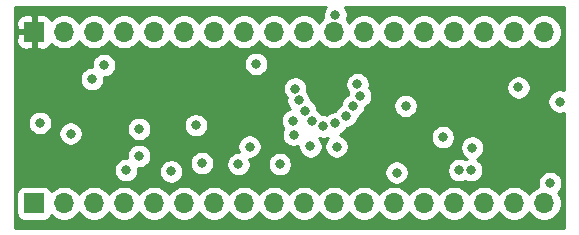
<source format=gbr>
%TF.GenerationSoftware,KiCad,Pcbnew,(5.1.10-1-10_14)*%
%TF.CreationDate,2021-07-19T22:46:51-06:00*%
%TF.ProjectId,f0-study-board,66302d73-7475-4647-992d-626f6172642e,rev?*%
%TF.SameCoordinates,Original*%
%TF.FileFunction,Copper,L3,Inr*%
%TF.FilePolarity,Positive*%
%FSLAX46Y46*%
G04 Gerber Fmt 4.6, Leading zero omitted, Abs format (unit mm)*
G04 Created by KiCad (PCBNEW (5.1.10-1-10_14)) date 2021-07-19 22:46:51*
%MOMM*%
%LPD*%
G01*
G04 APERTURE LIST*
%TA.AperFunction,ComponentPad*%
%ADD10O,1.700000X1.700000*%
%TD*%
%TA.AperFunction,ComponentPad*%
%ADD11R,1.700000X1.700000*%
%TD*%
%TA.AperFunction,ViaPad*%
%ADD12C,0.800000*%
%TD*%
%TA.AperFunction,Conductor*%
%ADD13C,0.254000*%
%TD*%
%TA.AperFunction,Conductor*%
%ADD14C,0.100000*%
%TD*%
G04 APERTURE END LIST*
D10*
%TO.N,SWCLK*%
%TO.C,J2*%
X143180000Y-114500000D03*
%TO.N,SWDIO*%
X140640000Y-114500000D03*
%TO.N,PB12*%
X138100000Y-114500000D03*
%TO.N,PB11*%
X135560000Y-114500000D03*
%TO.N,PB10*%
X133020000Y-114500000D03*
%TO.N,PB2*%
X130480000Y-114500000D03*
%TO.N,PB1*%
X127940000Y-114500000D03*
%TO.N,PB0*%
X125400000Y-114500000D03*
%TO.N,PA7*%
X122860000Y-114500000D03*
%TO.N,PA6*%
X120320000Y-114500000D03*
%TO.N,PA5*%
X117780000Y-114500000D03*
%TO.N,PA4*%
X115240000Y-114500000D03*
%TO.N,PA3*%
X112700000Y-114500000D03*
%TO.N,PA2*%
X110160000Y-114500000D03*
%TO.N,PA1*%
X107620000Y-114500000D03*
%TO.N,PA0*%
X105080000Y-114500000D03*
%TO.N,GND*%
X102540000Y-114500000D03*
D11*
%TO.N,VCC*%
X100000000Y-114500000D03*
%TD*%
D10*
%TO.N,PB13*%
%TO.C,J1*%
X143180000Y-100000000D03*
%TO.N,PB14*%
X140640000Y-100000000D03*
%TO.N,PB15*%
X138100000Y-100000000D03*
%TO.N,PA8*%
X135560000Y-100000000D03*
%TO.N,PA9*%
X133020000Y-100000000D03*
%TO.N,PA10*%
X130480000Y-100000000D03*
%TO.N,PA11*%
X127940000Y-100000000D03*
%TO.N,PA12*%
X125400000Y-100000000D03*
%TO.N,PA15*%
X122860000Y-100000000D03*
%TO.N,PB3*%
X120320000Y-100000000D03*
%TO.N,PB4*%
X117780000Y-100000000D03*
%TO.N,PB5*%
X115240000Y-100000000D03*
%TO.N,PB6*%
X112700000Y-100000000D03*
%TO.N,PB7*%
X110160000Y-100000000D03*
%TO.N,PB8*%
X107620000Y-100000000D03*
%TO.N,PB9*%
X105080000Y-100000000D03*
%TO.N,GND*%
X102540000Y-100000000D03*
D11*
%TO.N,+3V3*%
X100000000Y-100000000D03*
%TD*%
D12*
%TO.N,GND*%
X108900000Y-108200000D03*
X108900000Y-110500000D03*
X103100000Y-108600000D03*
X100500000Y-107700000D03*
X105900000Y-102800000D03*
X118800000Y-102700000D03*
X117300000Y-111200000D03*
X130700000Y-111900000D03*
X137000000Y-111700000D03*
X107800000Y-111700000D03*
X104900000Y-104000000D03*
X137100000Y-109800000D03*
X136000000Y-111700000D03*
X122100000Y-104800000D03*
X111600000Y-111800000D03*
X118250000Y-109700000D03*
%TO.N,+3V3*%
X108900000Y-106100000D03*
X107800000Y-102800000D03*
X108900000Y-104100000D03*
X118800000Y-105400000D03*
X128300000Y-111900000D03*
X140800000Y-112300000D03*
X137100000Y-104700000D03*
X120600000Y-103400000D03*
%TO.N,NRST*%
X121900000Y-107500000D03*
X113700000Y-107900000D03*
%TO.N,Net-(D2-Pad2)*%
X134600000Y-108900000D03*
%TO.N,PB10*%
X125623030Y-109701370D03*
%TO.N,PB9*%
X122400000Y-105800000D03*
%TO.N,PB8*%
X122945299Y-106667948D03*
%TO.N,PB7*%
X124500000Y-108000000D03*
%TO.N,PB6*%
X125500000Y-107750000D03*
%TO.N,PB5*%
X126445299Y-107082052D03*
%TO.N,PB4*%
X127000000Y-106250000D03*
X125503308Y-98553683D03*
%TO.N,SWCLK*%
X144500000Y-105900000D03*
X143700000Y-112800000D03*
X127383070Y-104423811D03*
%TO.N,SWDIO*%
X127600000Y-105400000D03*
X141000000Y-104700000D03*
%TO.N,PA11*%
X131462549Y-106250000D03*
%TO.N,PA4*%
X123400000Y-109692491D03*
%TO.N,PA1*%
X120800000Y-111200000D03*
%TO.N,PA0*%
X122000000Y-108700000D03*
%TO.N,/BOOT0*%
X123500000Y-107500000D03*
X114200000Y-111100000D03*
%TD*%
D13*
%TO.N,+3V3*%
X124586103Y-98063427D02*
X124508082Y-98251785D01*
X124468308Y-98451744D01*
X124468308Y-98655622D01*
X124500073Y-98815318D01*
X124453368Y-98846525D01*
X124246525Y-99053368D01*
X124130000Y-99227760D01*
X124013475Y-99053368D01*
X123806632Y-98846525D01*
X123563411Y-98684010D01*
X123293158Y-98572068D01*
X123006260Y-98515000D01*
X122713740Y-98515000D01*
X122426842Y-98572068D01*
X122156589Y-98684010D01*
X121913368Y-98846525D01*
X121706525Y-99053368D01*
X121590000Y-99227760D01*
X121473475Y-99053368D01*
X121266632Y-98846525D01*
X121023411Y-98684010D01*
X120753158Y-98572068D01*
X120466260Y-98515000D01*
X120173740Y-98515000D01*
X119886842Y-98572068D01*
X119616589Y-98684010D01*
X119373368Y-98846525D01*
X119166525Y-99053368D01*
X119050000Y-99227760D01*
X118933475Y-99053368D01*
X118726632Y-98846525D01*
X118483411Y-98684010D01*
X118213158Y-98572068D01*
X117926260Y-98515000D01*
X117633740Y-98515000D01*
X117346842Y-98572068D01*
X117076589Y-98684010D01*
X116833368Y-98846525D01*
X116626525Y-99053368D01*
X116510000Y-99227760D01*
X116393475Y-99053368D01*
X116186632Y-98846525D01*
X115943411Y-98684010D01*
X115673158Y-98572068D01*
X115386260Y-98515000D01*
X115093740Y-98515000D01*
X114806842Y-98572068D01*
X114536589Y-98684010D01*
X114293368Y-98846525D01*
X114086525Y-99053368D01*
X113970000Y-99227760D01*
X113853475Y-99053368D01*
X113646632Y-98846525D01*
X113403411Y-98684010D01*
X113133158Y-98572068D01*
X112846260Y-98515000D01*
X112553740Y-98515000D01*
X112266842Y-98572068D01*
X111996589Y-98684010D01*
X111753368Y-98846525D01*
X111546525Y-99053368D01*
X111430000Y-99227760D01*
X111313475Y-99053368D01*
X111106632Y-98846525D01*
X110863411Y-98684010D01*
X110593158Y-98572068D01*
X110306260Y-98515000D01*
X110013740Y-98515000D01*
X109726842Y-98572068D01*
X109456589Y-98684010D01*
X109213368Y-98846525D01*
X109006525Y-99053368D01*
X108890000Y-99227760D01*
X108773475Y-99053368D01*
X108566632Y-98846525D01*
X108323411Y-98684010D01*
X108053158Y-98572068D01*
X107766260Y-98515000D01*
X107473740Y-98515000D01*
X107186842Y-98572068D01*
X106916589Y-98684010D01*
X106673368Y-98846525D01*
X106466525Y-99053368D01*
X106350000Y-99227760D01*
X106233475Y-99053368D01*
X106026632Y-98846525D01*
X105783411Y-98684010D01*
X105513158Y-98572068D01*
X105226260Y-98515000D01*
X104933740Y-98515000D01*
X104646842Y-98572068D01*
X104376589Y-98684010D01*
X104133368Y-98846525D01*
X103926525Y-99053368D01*
X103810000Y-99227760D01*
X103693475Y-99053368D01*
X103486632Y-98846525D01*
X103243411Y-98684010D01*
X102973158Y-98572068D01*
X102686260Y-98515000D01*
X102393740Y-98515000D01*
X102106842Y-98572068D01*
X101836589Y-98684010D01*
X101593368Y-98846525D01*
X101461513Y-98978380D01*
X101439502Y-98905820D01*
X101380537Y-98795506D01*
X101301185Y-98698815D01*
X101204494Y-98619463D01*
X101094180Y-98560498D01*
X100974482Y-98524188D01*
X100850000Y-98511928D01*
X100285750Y-98515000D01*
X100127000Y-98673750D01*
X100127000Y-99873000D01*
X100147000Y-99873000D01*
X100147000Y-100127000D01*
X100127000Y-100127000D01*
X100127000Y-101326250D01*
X100285750Y-101485000D01*
X100850000Y-101488072D01*
X100974482Y-101475812D01*
X101094180Y-101439502D01*
X101204494Y-101380537D01*
X101301185Y-101301185D01*
X101380537Y-101204494D01*
X101439502Y-101094180D01*
X101461513Y-101021620D01*
X101593368Y-101153475D01*
X101836589Y-101315990D01*
X102106842Y-101427932D01*
X102393740Y-101485000D01*
X102686260Y-101485000D01*
X102973158Y-101427932D01*
X103243411Y-101315990D01*
X103486632Y-101153475D01*
X103693475Y-100946632D01*
X103810000Y-100772240D01*
X103926525Y-100946632D01*
X104133368Y-101153475D01*
X104376589Y-101315990D01*
X104646842Y-101427932D01*
X104933740Y-101485000D01*
X105226260Y-101485000D01*
X105513158Y-101427932D01*
X105783411Y-101315990D01*
X106026632Y-101153475D01*
X106233475Y-100946632D01*
X106350000Y-100772240D01*
X106466525Y-100946632D01*
X106673368Y-101153475D01*
X106916589Y-101315990D01*
X107186842Y-101427932D01*
X107473740Y-101485000D01*
X107766260Y-101485000D01*
X108053158Y-101427932D01*
X108323411Y-101315990D01*
X108566632Y-101153475D01*
X108773475Y-100946632D01*
X108890000Y-100772240D01*
X109006525Y-100946632D01*
X109213368Y-101153475D01*
X109456589Y-101315990D01*
X109726842Y-101427932D01*
X110013740Y-101485000D01*
X110306260Y-101485000D01*
X110593158Y-101427932D01*
X110863411Y-101315990D01*
X111106632Y-101153475D01*
X111313475Y-100946632D01*
X111430000Y-100772240D01*
X111546525Y-100946632D01*
X111753368Y-101153475D01*
X111996589Y-101315990D01*
X112266842Y-101427932D01*
X112553740Y-101485000D01*
X112846260Y-101485000D01*
X113133158Y-101427932D01*
X113403411Y-101315990D01*
X113646632Y-101153475D01*
X113853475Y-100946632D01*
X113970000Y-100772240D01*
X114086525Y-100946632D01*
X114293368Y-101153475D01*
X114536589Y-101315990D01*
X114806842Y-101427932D01*
X115093740Y-101485000D01*
X115386260Y-101485000D01*
X115673158Y-101427932D01*
X115943411Y-101315990D01*
X116186632Y-101153475D01*
X116393475Y-100946632D01*
X116510000Y-100772240D01*
X116626525Y-100946632D01*
X116833368Y-101153475D01*
X117076589Y-101315990D01*
X117346842Y-101427932D01*
X117633740Y-101485000D01*
X117926260Y-101485000D01*
X118213158Y-101427932D01*
X118483411Y-101315990D01*
X118726632Y-101153475D01*
X118933475Y-100946632D01*
X119050000Y-100772240D01*
X119166525Y-100946632D01*
X119373368Y-101153475D01*
X119616589Y-101315990D01*
X119886842Y-101427932D01*
X120173740Y-101485000D01*
X120466260Y-101485000D01*
X120753158Y-101427932D01*
X121023411Y-101315990D01*
X121266632Y-101153475D01*
X121473475Y-100946632D01*
X121590000Y-100772240D01*
X121706525Y-100946632D01*
X121913368Y-101153475D01*
X122156589Y-101315990D01*
X122426842Y-101427932D01*
X122713740Y-101485000D01*
X123006260Y-101485000D01*
X123293158Y-101427932D01*
X123563411Y-101315990D01*
X123806632Y-101153475D01*
X124013475Y-100946632D01*
X124130000Y-100772240D01*
X124246525Y-100946632D01*
X124453368Y-101153475D01*
X124696589Y-101315990D01*
X124966842Y-101427932D01*
X125253740Y-101485000D01*
X125546260Y-101485000D01*
X125833158Y-101427932D01*
X126103411Y-101315990D01*
X126346632Y-101153475D01*
X126553475Y-100946632D01*
X126670000Y-100772240D01*
X126786525Y-100946632D01*
X126993368Y-101153475D01*
X127236589Y-101315990D01*
X127506842Y-101427932D01*
X127793740Y-101485000D01*
X128086260Y-101485000D01*
X128373158Y-101427932D01*
X128643411Y-101315990D01*
X128886632Y-101153475D01*
X129093475Y-100946632D01*
X129210000Y-100772240D01*
X129326525Y-100946632D01*
X129533368Y-101153475D01*
X129776589Y-101315990D01*
X130046842Y-101427932D01*
X130333740Y-101485000D01*
X130626260Y-101485000D01*
X130913158Y-101427932D01*
X131183411Y-101315990D01*
X131426632Y-101153475D01*
X131633475Y-100946632D01*
X131750000Y-100772240D01*
X131866525Y-100946632D01*
X132073368Y-101153475D01*
X132316589Y-101315990D01*
X132586842Y-101427932D01*
X132873740Y-101485000D01*
X133166260Y-101485000D01*
X133453158Y-101427932D01*
X133723411Y-101315990D01*
X133966632Y-101153475D01*
X134173475Y-100946632D01*
X134290000Y-100772240D01*
X134406525Y-100946632D01*
X134613368Y-101153475D01*
X134856589Y-101315990D01*
X135126842Y-101427932D01*
X135413740Y-101485000D01*
X135706260Y-101485000D01*
X135993158Y-101427932D01*
X136263411Y-101315990D01*
X136506632Y-101153475D01*
X136713475Y-100946632D01*
X136830000Y-100772240D01*
X136946525Y-100946632D01*
X137153368Y-101153475D01*
X137396589Y-101315990D01*
X137666842Y-101427932D01*
X137953740Y-101485000D01*
X138246260Y-101485000D01*
X138533158Y-101427932D01*
X138803411Y-101315990D01*
X139046632Y-101153475D01*
X139253475Y-100946632D01*
X139370000Y-100772240D01*
X139486525Y-100946632D01*
X139693368Y-101153475D01*
X139936589Y-101315990D01*
X140206842Y-101427932D01*
X140493740Y-101485000D01*
X140786260Y-101485000D01*
X141073158Y-101427932D01*
X141343411Y-101315990D01*
X141586632Y-101153475D01*
X141793475Y-100946632D01*
X141910000Y-100772240D01*
X142026525Y-100946632D01*
X142233368Y-101153475D01*
X142476589Y-101315990D01*
X142746842Y-101427932D01*
X143033740Y-101485000D01*
X143326260Y-101485000D01*
X143613158Y-101427932D01*
X143883411Y-101315990D01*
X144126632Y-101153475D01*
X144333475Y-100946632D01*
X144495990Y-100703411D01*
X144607932Y-100433158D01*
X144665000Y-100146260D01*
X144665000Y-99853740D01*
X144607932Y-99566842D01*
X144495990Y-99296589D01*
X144333475Y-99053368D01*
X144126632Y-98846525D01*
X143883411Y-98684010D01*
X143613158Y-98572068D01*
X143326260Y-98515000D01*
X143033740Y-98515000D01*
X142746842Y-98572068D01*
X142476589Y-98684010D01*
X142233368Y-98846525D01*
X142026525Y-99053368D01*
X141910000Y-99227760D01*
X141793475Y-99053368D01*
X141586632Y-98846525D01*
X141343411Y-98684010D01*
X141073158Y-98572068D01*
X140786260Y-98515000D01*
X140493740Y-98515000D01*
X140206842Y-98572068D01*
X139936589Y-98684010D01*
X139693368Y-98846525D01*
X139486525Y-99053368D01*
X139370000Y-99227760D01*
X139253475Y-99053368D01*
X139046632Y-98846525D01*
X138803411Y-98684010D01*
X138533158Y-98572068D01*
X138246260Y-98515000D01*
X137953740Y-98515000D01*
X137666842Y-98572068D01*
X137396589Y-98684010D01*
X137153368Y-98846525D01*
X136946525Y-99053368D01*
X136830000Y-99227760D01*
X136713475Y-99053368D01*
X136506632Y-98846525D01*
X136263411Y-98684010D01*
X135993158Y-98572068D01*
X135706260Y-98515000D01*
X135413740Y-98515000D01*
X135126842Y-98572068D01*
X134856589Y-98684010D01*
X134613368Y-98846525D01*
X134406525Y-99053368D01*
X134290000Y-99227760D01*
X134173475Y-99053368D01*
X133966632Y-98846525D01*
X133723411Y-98684010D01*
X133453158Y-98572068D01*
X133166260Y-98515000D01*
X132873740Y-98515000D01*
X132586842Y-98572068D01*
X132316589Y-98684010D01*
X132073368Y-98846525D01*
X131866525Y-99053368D01*
X131750000Y-99227760D01*
X131633475Y-99053368D01*
X131426632Y-98846525D01*
X131183411Y-98684010D01*
X130913158Y-98572068D01*
X130626260Y-98515000D01*
X130333740Y-98515000D01*
X130046842Y-98572068D01*
X129776589Y-98684010D01*
X129533368Y-98846525D01*
X129326525Y-99053368D01*
X129210000Y-99227760D01*
X129093475Y-99053368D01*
X128886632Y-98846525D01*
X128643411Y-98684010D01*
X128373158Y-98572068D01*
X128086260Y-98515000D01*
X127793740Y-98515000D01*
X127506842Y-98572068D01*
X127236589Y-98684010D01*
X126993368Y-98846525D01*
X126786525Y-99053368D01*
X126670000Y-99227760D01*
X126553475Y-99053368D01*
X126456695Y-98956588D01*
X126498534Y-98855581D01*
X126538308Y-98655622D01*
X126538308Y-98451744D01*
X126498534Y-98251785D01*
X126420513Y-98063427D01*
X126317997Y-97910000D01*
X144840000Y-97910000D01*
X144840000Y-104920557D01*
X144801898Y-104904774D01*
X144601939Y-104865000D01*
X144398061Y-104865000D01*
X144198102Y-104904774D01*
X144009744Y-104982795D01*
X143840226Y-105096063D01*
X143696063Y-105240226D01*
X143582795Y-105409744D01*
X143504774Y-105598102D01*
X143465000Y-105798061D01*
X143465000Y-106001939D01*
X143504774Y-106201898D01*
X143582795Y-106390256D01*
X143696063Y-106559774D01*
X143840226Y-106703937D01*
X144009744Y-106817205D01*
X144198102Y-106895226D01*
X144398061Y-106935000D01*
X144601939Y-106935000D01*
X144801898Y-106895226D01*
X144840000Y-106879443D01*
X144840001Y-116590000D01*
X98410000Y-116590000D01*
X98410000Y-113650000D01*
X98511928Y-113650000D01*
X98511928Y-115350000D01*
X98524188Y-115474482D01*
X98560498Y-115594180D01*
X98619463Y-115704494D01*
X98698815Y-115801185D01*
X98795506Y-115880537D01*
X98905820Y-115939502D01*
X99025518Y-115975812D01*
X99150000Y-115988072D01*
X100850000Y-115988072D01*
X100974482Y-115975812D01*
X101094180Y-115939502D01*
X101204494Y-115880537D01*
X101301185Y-115801185D01*
X101380537Y-115704494D01*
X101439502Y-115594180D01*
X101461513Y-115521620D01*
X101593368Y-115653475D01*
X101836589Y-115815990D01*
X102106842Y-115927932D01*
X102393740Y-115985000D01*
X102686260Y-115985000D01*
X102973158Y-115927932D01*
X103243411Y-115815990D01*
X103486632Y-115653475D01*
X103693475Y-115446632D01*
X103810000Y-115272240D01*
X103926525Y-115446632D01*
X104133368Y-115653475D01*
X104376589Y-115815990D01*
X104646842Y-115927932D01*
X104933740Y-115985000D01*
X105226260Y-115985000D01*
X105513158Y-115927932D01*
X105783411Y-115815990D01*
X106026632Y-115653475D01*
X106233475Y-115446632D01*
X106350000Y-115272240D01*
X106466525Y-115446632D01*
X106673368Y-115653475D01*
X106916589Y-115815990D01*
X107186842Y-115927932D01*
X107473740Y-115985000D01*
X107766260Y-115985000D01*
X108053158Y-115927932D01*
X108323411Y-115815990D01*
X108566632Y-115653475D01*
X108773475Y-115446632D01*
X108890000Y-115272240D01*
X109006525Y-115446632D01*
X109213368Y-115653475D01*
X109456589Y-115815990D01*
X109726842Y-115927932D01*
X110013740Y-115985000D01*
X110306260Y-115985000D01*
X110593158Y-115927932D01*
X110863411Y-115815990D01*
X111106632Y-115653475D01*
X111313475Y-115446632D01*
X111430000Y-115272240D01*
X111546525Y-115446632D01*
X111753368Y-115653475D01*
X111996589Y-115815990D01*
X112266842Y-115927932D01*
X112553740Y-115985000D01*
X112846260Y-115985000D01*
X113133158Y-115927932D01*
X113403411Y-115815990D01*
X113646632Y-115653475D01*
X113853475Y-115446632D01*
X113970000Y-115272240D01*
X114086525Y-115446632D01*
X114293368Y-115653475D01*
X114536589Y-115815990D01*
X114806842Y-115927932D01*
X115093740Y-115985000D01*
X115386260Y-115985000D01*
X115673158Y-115927932D01*
X115943411Y-115815990D01*
X116186632Y-115653475D01*
X116393475Y-115446632D01*
X116510000Y-115272240D01*
X116626525Y-115446632D01*
X116833368Y-115653475D01*
X117076589Y-115815990D01*
X117346842Y-115927932D01*
X117633740Y-115985000D01*
X117926260Y-115985000D01*
X118213158Y-115927932D01*
X118483411Y-115815990D01*
X118726632Y-115653475D01*
X118933475Y-115446632D01*
X119050000Y-115272240D01*
X119166525Y-115446632D01*
X119373368Y-115653475D01*
X119616589Y-115815990D01*
X119886842Y-115927932D01*
X120173740Y-115985000D01*
X120466260Y-115985000D01*
X120753158Y-115927932D01*
X121023411Y-115815990D01*
X121266632Y-115653475D01*
X121473475Y-115446632D01*
X121590000Y-115272240D01*
X121706525Y-115446632D01*
X121913368Y-115653475D01*
X122156589Y-115815990D01*
X122426842Y-115927932D01*
X122713740Y-115985000D01*
X123006260Y-115985000D01*
X123293158Y-115927932D01*
X123563411Y-115815990D01*
X123806632Y-115653475D01*
X124013475Y-115446632D01*
X124130000Y-115272240D01*
X124246525Y-115446632D01*
X124453368Y-115653475D01*
X124696589Y-115815990D01*
X124966842Y-115927932D01*
X125253740Y-115985000D01*
X125546260Y-115985000D01*
X125833158Y-115927932D01*
X126103411Y-115815990D01*
X126346632Y-115653475D01*
X126553475Y-115446632D01*
X126670000Y-115272240D01*
X126786525Y-115446632D01*
X126993368Y-115653475D01*
X127236589Y-115815990D01*
X127506842Y-115927932D01*
X127793740Y-115985000D01*
X128086260Y-115985000D01*
X128373158Y-115927932D01*
X128643411Y-115815990D01*
X128886632Y-115653475D01*
X129093475Y-115446632D01*
X129210000Y-115272240D01*
X129326525Y-115446632D01*
X129533368Y-115653475D01*
X129776589Y-115815990D01*
X130046842Y-115927932D01*
X130333740Y-115985000D01*
X130626260Y-115985000D01*
X130913158Y-115927932D01*
X131183411Y-115815990D01*
X131426632Y-115653475D01*
X131633475Y-115446632D01*
X131750000Y-115272240D01*
X131866525Y-115446632D01*
X132073368Y-115653475D01*
X132316589Y-115815990D01*
X132586842Y-115927932D01*
X132873740Y-115985000D01*
X133166260Y-115985000D01*
X133453158Y-115927932D01*
X133723411Y-115815990D01*
X133966632Y-115653475D01*
X134173475Y-115446632D01*
X134290000Y-115272240D01*
X134406525Y-115446632D01*
X134613368Y-115653475D01*
X134856589Y-115815990D01*
X135126842Y-115927932D01*
X135413740Y-115985000D01*
X135706260Y-115985000D01*
X135993158Y-115927932D01*
X136263411Y-115815990D01*
X136506632Y-115653475D01*
X136713475Y-115446632D01*
X136830000Y-115272240D01*
X136946525Y-115446632D01*
X137153368Y-115653475D01*
X137396589Y-115815990D01*
X137666842Y-115927932D01*
X137953740Y-115985000D01*
X138246260Y-115985000D01*
X138533158Y-115927932D01*
X138803411Y-115815990D01*
X139046632Y-115653475D01*
X139253475Y-115446632D01*
X139370000Y-115272240D01*
X139486525Y-115446632D01*
X139693368Y-115653475D01*
X139936589Y-115815990D01*
X140206842Y-115927932D01*
X140493740Y-115985000D01*
X140786260Y-115985000D01*
X141073158Y-115927932D01*
X141343411Y-115815990D01*
X141586632Y-115653475D01*
X141793475Y-115446632D01*
X141910000Y-115272240D01*
X142026525Y-115446632D01*
X142233368Y-115653475D01*
X142476589Y-115815990D01*
X142746842Y-115927932D01*
X143033740Y-115985000D01*
X143326260Y-115985000D01*
X143613158Y-115927932D01*
X143883411Y-115815990D01*
X144126632Y-115653475D01*
X144333475Y-115446632D01*
X144495990Y-115203411D01*
X144607932Y-114933158D01*
X144665000Y-114646260D01*
X144665000Y-114353740D01*
X144607932Y-114066842D01*
X144495990Y-113796589D01*
X144364264Y-113599447D01*
X144503937Y-113459774D01*
X144617205Y-113290256D01*
X144695226Y-113101898D01*
X144735000Y-112901939D01*
X144735000Y-112698061D01*
X144695226Y-112498102D01*
X144617205Y-112309744D01*
X144503937Y-112140226D01*
X144359774Y-111996063D01*
X144190256Y-111882795D01*
X144001898Y-111804774D01*
X143801939Y-111765000D01*
X143598061Y-111765000D01*
X143398102Y-111804774D01*
X143209744Y-111882795D01*
X143040226Y-111996063D01*
X142896063Y-112140226D01*
X142782795Y-112309744D01*
X142704774Y-112498102D01*
X142665000Y-112698061D01*
X142665000Y-112901939D01*
X142702494Y-113090437D01*
X142476589Y-113184010D01*
X142233368Y-113346525D01*
X142026525Y-113553368D01*
X141910000Y-113727760D01*
X141793475Y-113553368D01*
X141586632Y-113346525D01*
X141343411Y-113184010D01*
X141073158Y-113072068D01*
X140786260Y-113015000D01*
X140493740Y-113015000D01*
X140206842Y-113072068D01*
X139936589Y-113184010D01*
X139693368Y-113346525D01*
X139486525Y-113553368D01*
X139370000Y-113727760D01*
X139253475Y-113553368D01*
X139046632Y-113346525D01*
X138803411Y-113184010D01*
X138533158Y-113072068D01*
X138246260Y-113015000D01*
X137953740Y-113015000D01*
X137666842Y-113072068D01*
X137396589Y-113184010D01*
X137153368Y-113346525D01*
X136946525Y-113553368D01*
X136830000Y-113727760D01*
X136713475Y-113553368D01*
X136506632Y-113346525D01*
X136263411Y-113184010D01*
X135993158Y-113072068D01*
X135706260Y-113015000D01*
X135413740Y-113015000D01*
X135126842Y-113072068D01*
X134856589Y-113184010D01*
X134613368Y-113346525D01*
X134406525Y-113553368D01*
X134290000Y-113727760D01*
X134173475Y-113553368D01*
X133966632Y-113346525D01*
X133723411Y-113184010D01*
X133453158Y-113072068D01*
X133166260Y-113015000D01*
X132873740Y-113015000D01*
X132586842Y-113072068D01*
X132316589Y-113184010D01*
X132073368Y-113346525D01*
X131866525Y-113553368D01*
X131750000Y-113727760D01*
X131633475Y-113553368D01*
X131426632Y-113346525D01*
X131183411Y-113184010D01*
X130913158Y-113072068D01*
X130626260Y-113015000D01*
X130333740Y-113015000D01*
X130046842Y-113072068D01*
X129776589Y-113184010D01*
X129533368Y-113346525D01*
X129326525Y-113553368D01*
X129210000Y-113727760D01*
X129093475Y-113553368D01*
X128886632Y-113346525D01*
X128643411Y-113184010D01*
X128373158Y-113072068D01*
X128086260Y-113015000D01*
X127793740Y-113015000D01*
X127506842Y-113072068D01*
X127236589Y-113184010D01*
X126993368Y-113346525D01*
X126786525Y-113553368D01*
X126670000Y-113727760D01*
X126553475Y-113553368D01*
X126346632Y-113346525D01*
X126103411Y-113184010D01*
X125833158Y-113072068D01*
X125546260Y-113015000D01*
X125253740Y-113015000D01*
X124966842Y-113072068D01*
X124696589Y-113184010D01*
X124453368Y-113346525D01*
X124246525Y-113553368D01*
X124130000Y-113727760D01*
X124013475Y-113553368D01*
X123806632Y-113346525D01*
X123563411Y-113184010D01*
X123293158Y-113072068D01*
X123006260Y-113015000D01*
X122713740Y-113015000D01*
X122426842Y-113072068D01*
X122156589Y-113184010D01*
X121913368Y-113346525D01*
X121706525Y-113553368D01*
X121590000Y-113727760D01*
X121473475Y-113553368D01*
X121266632Y-113346525D01*
X121023411Y-113184010D01*
X120753158Y-113072068D01*
X120466260Y-113015000D01*
X120173740Y-113015000D01*
X119886842Y-113072068D01*
X119616589Y-113184010D01*
X119373368Y-113346525D01*
X119166525Y-113553368D01*
X119050000Y-113727760D01*
X118933475Y-113553368D01*
X118726632Y-113346525D01*
X118483411Y-113184010D01*
X118213158Y-113072068D01*
X117926260Y-113015000D01*
X117633740Y-113015000D01*
X117346842Y-113072068D01*
X117076589Y-113184010D01*
X116833368Y-113346525D01*
X116626525Y-113553368D01*
X116510000Y-113727760D01*
X116393475Y-113553368D01*
X116186632Y-113346525D01*
X115943411Y-113184010D01*
X115673158Y-113072068D01*
X115386260Y-113015000D01*
X115093740Y-113015000D01*
X114806842Y-113072068D01*
X114536589Y-113184010D01*
X114293368Y-113346525D01*
X114086525Y-113553368D01*
X113970000Y-113727760D01*
X113853475Y-113553368D01*
X113646632Y-113346525D01*
X113403411Y-113184010D01*
X113133158Y-113072068D01*
X112846260Y-113015000D01*
X112553740Y-113015000D01*
X112266842Y-113072068D01*
X111996589Y-113184010D01*
X111753368Y-113346525D01*
X111546525Y-113553368D01*
X111430000Y-113727760D01*
X111313475Y-113553368D01*
X111106632Y-113346525D01*
X110863411Y-113184010D01*
X110593158Y-113072068D01*
X110306260Y-113015000D01*
X110013740Y-113015000D01*
X109726842Y-113072068D01*
X109456589Y-113184010D01*
X109213368Y-113346525D01*
X109006525Y-113553368D01*
X108890000Y-113727760D01*
X108773475Y-113553368D01*
X108566632Y-113346525D01*
X108323411Y-113184010D01*
X108053158Y-113072068D01*
X107766260Y-113015000D01*
X107473740Y-113015000D01*
X107186842Y-113072068D01*
X106916589Y-113184010D01*
X106673368Y-113346525D01*
X106466525Y-113553368D01*
X106350000Y-113727760D01*
X106233475Y-113553368D01*
X106026632Y-113346525D01*
X105783411Y-113184010D01*
X105513158Y-113072068D01*
X105226260Y-113015000D01*
X104933740Y-113015000D01*
X104646842Y-113072068D01*
X104376589Y-113184010D01*
X104133368Y-113346525D01*
X103926525Y-113553368D01*
X103810000Y-113727760D01*
X103693475Y-113553368D01*
X103486632Y-113346525D01*
X103243411Y-113184010D01*
X102973158Y-113072068D01*
X102686260Y-113015000D01*
X102393740Y-113015000D01*
X102106842Y-113072068D01*
X101836589Y-113184010D01*
X101593368Y-113346525D01*
X101461513Y-113478380D01*
X101439502Y-113405820D01*
X101380537Y-113295506D01*
X101301185Y-113198815D01*
X101204494Y-113119463D01*
X101094180Y-113060498D01*
X100974482Y-113024188D01*
X100850000Y-113011928D01*
X99150000Y-113011928D01*
X99025518Y-113024188D01*
X98905820Y-113060498D01*
X98795506Y-113119463D01*
X98698815Y-113198815D01*
X98619463Y-113295506D01*
X98560498Y-113405820D01*
X98524188Y-113525518D01*
X98511928Y-113650000D01*
X98410000Y-113650000D01*
X98410000Y-111598061D01*
X106765000Y-111598061D01*
X106765000Y-111801939D01*
X106804774Y-112001898D01*
X106882795Y-112190256D01*
X106996063Y-112359774D01*
X107140226Y-112503937D01*
X107309744Y-112617205D01*
X107498102Y-112695226D01*
X107698061Y-112735000D01*
X107901939Y-112735000D01*
X108101898Y-112695226D01*
X108290256Y-112617205D01*
X108459774Y-112503937D01*
X108603937Y-112359774D01*
X108717205Y-112190256D01*
X108795226Y-112001898D01*
X108835000Y-111801939D01*
X108835000Y-111698061D01*
X110565000Y-111698061D01*
X110565000Y-111901939D01*
X110604774Y-112101898D01*
X110682795Y-112290256D01*
X110796063Y-112459774D01*
X110940226Y-112603937D01*
X111109744Y-112717205D01*
X111298102Y-112795226D01*
X111498061Y-112835000D01*
X111701939Y-112835000D01*
X111901898Y-112795226D01*
X112090256Y-112717205D01*
X112259774Y-112603937D01*
X112403937Y-112459774D01*
X112517205Y-112290256D01*
X112595226Y-112101898D01*
X112635000Y-111901939D01*
X112635000Y-111698061D01*
X112595226Y-111498102D01*
X112517205Y-111309744D01*
X112403937Y-111140226D01*
X112261772Y-110998061D01*
X113165000Y-110998061D01*
X113165000Y-111201939D01*
X113204774Y-111401898D01*
X113282795Y-111590256D01*
X113396063Y-111759774D01*
X113540226Y-111903937D01*
X113709744Y-112017205D01*
X113898102Y-112095226D01*
X114098061Y-112135000D01*
X114301939Y-112135000D01*
X114501898Y-112095226D01*
X114690256Y-112017205D01*
X114859774Y-111903937D01*
X115003937Y-111759774D01*
X115117205Y-111590256D01*
X115195226Y-111401898D01*
X115235000Y-111201939D01*
X115235000Y-111098061D01*
X116265000Y-111098061D01*
X116265000Y-111301939D01*
X116304774Y-111501898D01*
X116382795Y-111690256D01*
X116496063Y-111859774D01*
X116640226Y-112003937D01*
X116809744Y-112117205D01*
X116998102Y-112195226D01*
X117198061Y-112235000D01*
X117401939Y-112235000D01*
X117601898Y-112195226D01*
X117790256Y-112117205D01*
X117959774Y-112003937D01*
X118103937Y-111859774D01*
X118217205Y-111690256D01*
X118295226Y-111501898D01*
X118335000Y-111301939D01*
X118335000Y-111098061D01*
X119765000Y-111098061D01*
X119765000Y-111301939D01*
X119804774Y-111501898D01*
X119882795Y-111690256D01*
X119996063Y-111859774D01*
X120140226Y-112003937D01*
X120309744Y-112117205D01*
X120498102Y-112195226D01*
X120698061Y-112235000D01*
X120901939Y-112235000D01*
X121101898Y-112195226D01*
X121290256Y-112117205D01*
X121459774Y-112003937D01*
X121603937Y-111859774D01*
X121645172Y-111798061D01*
X129665000Y-111798061D01*
X129665000Y-112001939D01*
X129704774Y-112201898D01*
X129782795Y-112390256D01*
X129896063Y-112559774D01*
X130040226Y-112703937D01*
X130209744Y-112817205D01*
X130398102Y-112895226D01*
X130598061Y-112935000D01*
X130801939Y-112935000D01*
X131001898Y-112895226D01*
X131190256Y-112817205D01*
X131359774Y-112703937D01*
X131503937Y-112559774D01*
X131617205Y-112390256D01*
X131695226Y-112201898D01*
X131735000Y-112001939D01*
X131735000Y-111798061D01*
X131695226Y-111598102D01*
X131695210Y-111598061D01*
X134965000Y-111598061D01*
X134965000Y-111801939D01*
X135004774Y-112001898D01*
X135082795Y-112190256D01*
X135196063Y-112359774D01*
X135340226Y-112503937D01*
X135509744Y-112617205D01*
X135698102Y-112695226D01*
X135898061Y-112735000D01*
X136101939Y-112735000D01*
X136301898Y-112695226D01*
X136490256Y-112617205D01*
X136500000Y-112610694D01*
X136509744Y-112617205D01*
X136698102Y-112695226D01*
X136898061Y-112735000D01*
X137101939Y-112735000D01*
X137301898Y-112695226D01*
X137490256Y-112617205D01*
X137659774Y-112503937D01*
X137803937Y-112359774D01*
X137917205Y-112190256D01*
X137995226Y-112001898D01*
X138035000Y-111801939D01*
X138035000Y-111598061D01*
X137995226Y-111398102D01*
X137917205Y-111209744D01*
X137803937Y-111040226D01*
X137659774Y-110896063D01*
X137490256Y-110782795D01*
X137461082Y-110770711D01*
X137590256Y-110717205D01*
X137759774Y-110603937D01*
X137903937Y-110459774D01*
X138017205Y-110290256D01*
X138095226Y-110101898D01*
X138135000Y-109901939D01*
X138135000Y-109698061D01*
X138095226Y-109498102D01*
X138017205Y-109309744D01*
X137903937Y-109140226D01*
X137759774Y-108996063D01*
X137590256Y-108882795D01*
X137401898Y-108804774D01*
X137201939Y-108765000D01*
X136998061Y-108765000D01*
X136798102Y-108804774D01*
X136609744Y-108882795D01*
X136440226Y-108996063D01*
X136296063Y-109140226D01*
X136182795Y-109309744D01*
X136104774Y-109498102D01*
X136065000Y-109698061D01*
X136065000Y-109901939D01*
X136104774Y-110101898D01*
X136182795Y-110290256D01*
X136296063Y-110459774D01*
X136440226Y-110603937D01*
X136609744Y-110717205D01*
X136638918Y-110729289D01*
X136509744Y-110782795D01*
X136500000Y-110789306D01*
X136490256Y-110782795D01*
X136301898Y-110704774D01*
X136101939Y-110665000D01*
X135898061Y-110665000D01*
X135698102Y-110704774D01*
X135509744Y-110782795D01*
X135340226Y-110896063D01*
X135196063Y-111040226D01*
X135082795Y-111209744D01*
X135004774Y-111398102D01*
X134965000Y-111598061D01*
X131695210Y-111598061D01*
X131617205Y-111409744D01*
X131503937Y-111240226D01*
X131359774Y-111096063D01*
X131190256Y-110982795D01*
X131001898Y-110904774D01*
X130801939Y-110865000D01*
X130598061Y-110865000D01*
X130398102Y-110904774D01*
X130209744Y-110982795D01*
X130040226Y-111096063D01*
X129896063Y-111240226D01*
X129782795Y-111409744D01*
X129704774Y-111598102D01*
X129665000Y-111798061D01*
X121645172Y-111798061D01*
X121717205Y-111690256D01*
X121795226Y-111501898D01*
X121835000Y-111301939D01*
X121835000Y-111098061D01*
X121795226Y-110898102D01*
X121717205Y-110709744D01*
X121603937Y-110540226D01*
X121459774Y-110396063D01*
X121290256Y-110282795D01*
X121101898Y-110204774D01*
X120901939Y-110165000D01*
X120698061Y-110165000D01*
X120498102Y-110204774D01*
X120309744Y-110282795D01*
X120140226Y-110396063D01*
X119996063Y-110540226D01*
X119882795Y-110709744D01*
X119804774Y-110898102D01*
X119765000Y-111098061D01*
X118335000Y-111098061D01*
X118295226Y-110898102D01*
X118227666Y-110735000D01*
X118351939Y-110735000D01*
X118551898Y-110695226D01*
X118740256Y-110617205D01*
X118909774Y-110503937D01*
X119053937Y-110359774D01*
X119167205Y-110190256D01*
X119245226Y-110001898D01*
X119285000Y-109801939D01*
X119285000Y-109598061D01*
X119245226Y-109398102D01*
X119167205Y-109209744D01*
X119053937Y-109040226D01*
X118909774Y-108896063D01*
X118740256Y-108782795D01*
X118551898Y-108704774D01*
X118351939Y-108665000D01*
X118148061Y-108665000D01*
X117948102Y-108704774D01*
X117759744Y-108782795D01*
X117590226Y-108896063D01*
X117446063Y-109040226D01*
X117332795Y-109209744D01*
X117254774Y-109398102D01*
X117215000Y-109598061D01*
X117215000Y-109801939D01*
X117254774Y-110001898D01*
X117322334Y-110165000D01*
X117198061Y-110165000D01*
X116998102Y-110204774D01*
X116809744Y-110282795D01*
X116640226Y-110396063D01*
X116496063Y-110540226D01*
X116382795Y-110709744D01*
X116304774Y-110898102D01*
X116265000Y-111098061D01*
X115235000Y-111098061D01*
X115235000Y-110998061D01*
X115195226Y-110798102D01*
X115117205Y-110609744D01*
X115003937Y-110440226D01*
X114859774Y-110296063D01*
X114690256Y-110182795D01*
X114501898Y-110104774D01*
X114301939Y-110065000D01*
X114098061Y-110065000D01*
X113898102Y-110104774D01*
X113709744Y-110182795D01*
X113540226Y-110296063D01*
X113396063Y-110440226D01*
X113282795Y-110609744D01*
X113204774Y-110798102D01*
X113165000Y-110998061D01*
X112261772Y-110998061D01*
X112259774Y-110996063D01*
X112090256Y-110882795D01*
X111901898Y-110804774D01*
X111701939Y-110765000D01*
X111498061Y-110765000D01*
X111298102Y-110804774D01*
X111109744Y-110882795D01*
X110940226Y-110996063D01*
X110796063Y-111140226D01*
X110682795Y-111309744D01*
X110604774Y-111498102D01*
X110565000Y-111698061D01*
X108835000Y-111698061D01*
X108835000Y-111598061D01*
X108822456Y-111535000D01*
X109001939Y-111535000D01*
X109201898Y-111495226D01*
X109390256Y-111417205D01*
X109559774Y-111303937D01*
X109703937Y-111159774D01*
X109817205Y-110990256D01*
X109895226Y-110801898D01*
X109935000Y-110601939D01*
X109935000Y-110398061D01*
X109895226Y-110198102D01*
X109817205Y-110009744D01*
X109703937Y-109840226D01*
X109559774Y-109696063D01*
X109390256Y-109582795D01*
X109201898Y-109504774D01*
X109001939Y-109465000D01*
X108798061Y-109465000D01*
X108598102Y-109504774D01*
X108409744Y-109582795D01*
X108240226Y-109696063D01*
X108096063Y-109840226D01*
X107982795Y-110009744D01*
X107904774Y-110198102D01*
X107865000Y-110398061D01*
X107865000Y-110601939D01*
X107877544Y-110665000D01*
X107698061Y-110665000D01*
X107498102Y-110704774D01*
X107309744Y-110782795D01*
X107140226Y-110896063D01*
X106996063Y-111040226D01*
X106882795Y-111209744D01*
X106804774Y-111398102D01*
X106765000Y-111598061D01*
X98410000Y-111598061D01*
X98410000Y-107598061D01*
X99465000Y-107598061D01*
X99465000Y-107801939D01*
X99504774Y-108001898D01*
X99582795Y-108190256D01*
X99696063Y-108359774D01*
X99840226Y-108503937D01*
X100009744Y-108617205D01*
X100198102Y-108695226D01*
X100398061Y-108735000D01*
X100601939Y-108735000D01*
X100801898Y-108695226D01*
X100990256Y-108617205D01*
X101159774Y-108503937D01*
X101165650Y-108498061D01*
X102065000Y-108498061D01*
X102065000Y-108701939D01*
X102104774Y-108901898D01*
X102182795Y-109090256D01*
X102296063Y-109259774D01*
X102440226Y-109403937D01*
X102609744Y-109517205D01*
X102798102Y-109595226D01*
X102998061Y-109635000D01*
X103201939Y-109635000D01*
X103401898Y-109595226D01*
X103590256Y-109517205D01*
X103759774Y-109403937D01*
X103903937Y-109259774D01*
X104017205Y-109090256D01*
X104095226Y-108901898D01*
X104135000Y-108701939D01*
X104135000Y-108498061D01*
X104095226Y-108298102D01*
X104017205Y-108109744D01*
X104009399Y-108098061D01*
X107865000Y-108098061D01*
X107865000Y-108301939D01*
X107904774Y-108501898D01*
X107982795Y-108690256D01*
X108096063Y-108859774D01*
X108240226Y-109003937D01*
X108409744Y-109117205D01*
X108598102Y-109195226D01*
X108798061Y-109235000D01*
X109001939Y-109235000D01*
X109201898Y-109195226D01*
X109390256Y-109117205D01*
X109559774Y-109003937D01*
X109703937Y-108859774D01*
X109817205Y-108690256D01*
X109895226Y-108501898D01*
X109935000Y-108301939D01*
X109935000Y-108098061D01*
X109895226Y-107898102D01*
X109853788Y-107798061D01*
X112665000Y-107798061D01*
X112665000Y-108001939D01*
X112704774Y-108201898D01*
X112782795Y-108390256D01*
X112896063Y-108559774D01*
X113040226Y-108703937D01*
X113209744Y-108817205D01*
X113398102Y-108895226D01*
X113598061Y-108935000D01*
X113801939Y-108935000D01*
X114001898Y-108895226D01*
X114190256Y-108817205D01*
X114359774Y-108703937D01*
X114503937Y-108559774D01*
X114617205Y-108390256D01*
X114695226Y-108201898D01*
X114735000Y-108001939D01*
X114735000Y-107798061D01*
X114695226Y-107598102D01*
X114617205Y-107409744D01*
X114609399Y-107398061D01*
X120865000Y-107398061D01*
X120865000Y-107601939D01*
X120904774Y-107801898D01*
X120982795Y-107990256D01*
X121096063Y-108159774D01*
X121108125Y-108171836D01*
X121082795Y-108209744D01*
X121004774Y-108398102D01*
X120965000Y-108598061D01*
X120965000Y-108801939D01*
X121004774Y-109001898D01*
X121082795Y-109190256D01*
X121196063Y-109359774D01*
X121340226Y-109503937D01*
X121509744Y-109617205D01*
X121698102Y-109695226D01*
X121898061Y-109735000D01*
X122101939Y-109735000D01*
X122301898Y-109695226D01*
X122365000Y-109669088D01*
X122365000Y-109794430D01*
X122404774Y-109994389D01*
X122482795Y-110182747D01*
X122596063Y-110352265D01*
X122740226Y-110496428D01*
X122909744Y-110609696D01*
X123098102Y-110687717D01*
X123298061Y-110727491D01*
X123501939Y-110727491D01*
X123701898Y-110687717D01*
X123890256Y-110609696D01*
X124059774Y-110496428D01*
X124203937Y-110352265D01*
X124317205Y-110182747D01*
X124395226Y-109994389D01*
X124435000Y-109794430D01*
X124435000Y-109590552D01*
X124395226Y-109390593D01*
X124317205Y-109202235D01*
X124203937Y-109032717D01*
X124144062Y-108972842D01*
X124198102Y-108995226D01*
X124398061Y-109035000D01*
X124601939Y-109035000D01*
X124801898Y-108995226D01*
X124910411Y-108950278D01*
X124819093Y-109041596D01*
X124705825Y-109211114D01*
X124627804Y-109399472D01*
X124588030Y-109599431D01*
X124588030Y-109803309D01*
X124627804Y-110003268D01*
X124705825Y-110191626D01*
X124819093Y-110361144D01*
X124963256Y-110505307D01*
X125132774Y-110618575D01*
X125321132Y-110696596D01*
X125521091Y-110736370D01*
X125724969Y-110736370D01*
X125924928Y-110696596D01*
X126113286Y-110618575D01*
X126282804Y-110505307D01*
X126426967Y-110361144D01*
X126540235Y-110191626D01*
X126618256Y-110003268D01*
X126658030Y-109803309D01*
X126658030Y-109599431D01*
X126618256Y-109399472D01*
X126540235Y-109211114D01*
X126426967Y-109041596D01*
X126282804Y-108897433D01*
X126134083Y-108798061D01*
X133565000Y-108798061D01*
X133565000Y-109001939D01*
X133604774Y-109201898D01*
X133682795Y-109390256D01*
X133796063Y-109559774D01*
X133940226Y-109703937D01*
X134109744Y-109817205D01*
X134298102Y-109895226D01*
X134498061Y-109935000D01*
X134701939Y-109935000D01*
X134901898Y-109895226D01*
X135090256Y-109817205D01*
X135259774Y-109703937D01*
X135403937Y-109559774D01*
X135517205Y-109390256D01*
X135595226Y-109201898D01*
X135635000Y-109001939D01*
X135635000Y-108798061D01*
X135595226Y-108598102D01*
X135517205Y-108409744D01*
X135403937Y-108240226D01*
X135259774Y-108096063D01*
X135090256Y-107982795D01*
X134901898Y-107904774D01*
X134701939Y-107865000D01*
X134498061Y-107865000D01*
X134298102Y-107904774D01*
X134109744Y-107982795D01*
X133940226Y-108096063D01*
X133796063Y-108240226D01*
X133682795Y-108409744D01*
X133604774Y-108598102D01*
X133565000Y-108798061D01*
X126134083Y-108798061D01*
X126113286Y-108784165D01*
X125924928Y-108706144D01*
X125905553Y-108702290D01*
X125990256Y-108667205D01*
X126159774Y-108553937D01*
X126303937Y-108409774D01*
X126417205Y-108240256D01*
X126468238Y-108117052D01*
X126547238Y-108117052D01*
X126747197Y-108077278D01*
X126935555Y-107999257D01*
X127105073Y-107885989D01*
X127249236Y-107741826D01*
X127362504Y-107572308D01*
X127440525Y-107383950D01*
X127480299Y-107183991D01*
X127480299Y-107171329D01*
X127490256Y-107167205D01*
X127659774Y-107053937D01*
X127803937Y-106909774D01*
X127917205Y-106740256D01*
X127995226Y-106551898D01*
X128035000Y-106351939D01*
X128035000Y-106340093D01*
X128090256Y-106317205D01*
X128259774Y-106203937D01*
X128315650Y-106148061D01*
X130427549Y-106148061D01*
X130427549Y-106351939D01*
X130467323Y-106551898D01*
X130545344Y-106740256D01*
X130658612Y-106909774D01*
X130802775Y-107053937D01*
X130972293Y-107167205D01*
X131160651Y-107245226D01*
X131360610Y-107285000D01*
X131564488Y-107285000D01*
X131764447Y-107245226D01*
X131952805Y-107167205D01*
X132122323Y-107053937D01*
X132266486Y-106909774D01*
X132379754Y-106740256D01*
X132457775Y-106551898D01*
X132497549Y-106351939D01*
X132497549Y-106148061D01*
X132457775Y-105948102D01*
X132379754Y-105759744D01*
X132266486Y-105590226D01*
X132122323Y-105446063D01*
X131952805Y-105332795D01*
X131764447Y-105254774D01*
X131564488Y-105215000D01*
X131360610Y-105215000D01*
X131160651Y-105254774D01*
X130972293Y-105332795D01*
X130802775Y-105446063D01*
X130658612Y-105590226D01*
X130545344Y-105759744D01*
X130467323Y-105948102D01*
X130427549Y-106148061D01*
X128315650Y-106148061D01*
X128403937Y-106059774D01*
X128517205Y-105890256D01*
X128595226Y-105701898D01*
X128635000Y-105501939D01*
X128635000Y-105298061D01*
X128595226Y-105098102D01*
X128517205Y-104909744D01*
X128403937Y-104740226D01*
X128380142Y-104716431D01*
X128403686Y-104598061D01*
X139965000Y-104598061D01*
X139965000Y-104801939D01*
X140004774Y-105001898D01*
X140082795Y-105190256D01*
X140196063Y-105359774D01*
X140340226Y-105503937D01*
X140509744Y-105617205D01*
X140698102Y-105695226D01*
X140898061Y-105735000D01*
X141101939Y-105735000D01*
X141301898Y-105695226D01*
X141490256Y-105617205D01*
X141659774Y-105503937D01*
X141803937Y-105359774D01*
X141917205Y-105190256D01*
X141995226Y-105001898D01*
X142035000Y-104801939D01*
X142035000Y-104598061D01*
X141995226Y-104398102D01*
X141917205Y-104209744D01*
X141803937Y-104040226D01*
X141659774Y-103896063D01*
X141490256Y-103782795D01*
X141301898Y-103704774D01*
X141101939Y-103665000D01*
X140898061Y-103665000D01*
X140698102Y-103704774D01*
X140509744Y-103782795D01*
X140340226Y-103896063D01*
X140196063Y-104040226D01*
X140082795Y-104209744D01*
X140004774Y-104398102D01*
X139965000Y-104598061D01*
X128403686Y-104598061D01*
X128418070Y-104525750D01*
X128418070Y-104321872D01*
X128378296Y-104121913D01*
X128300275Y-103933555D01*
X128187007Y-103764037D01*
X128042844Y-103619874D01*
X127873326Y-103506606D01*
X127684968Y-103428585D01*
X127485009Y-103388811D01*
X127281131Y-103388811D01*
X127081172Y-103428585D01*
X126892814Y-103506606D01*
X126723296Y-103619874D01*
X126579133Y-103764037D01*
X126465865Y-103933555D01*
X126387844Y-104121913D01*
X126348070Y-104321872D01*
X126348070Y-104525750D01*
X126387844Y-104725709D01*
X126465865Y-104914067D01*
X126579133Y-105083585D01*
X126602928Y-105107380D01*
X126565000Y-105298061D01*
X126565000Y-105309907D01*
X126509744Y-105332795D01*
X126340226Y-105446063D01*
X126196063Y-105590226D01*
X126082795Y-105759744D01*
X126004774Y-105948102D01*
X125965000Y-106148061D01*
X125965000Y-106160723D01*
X125955043Y-106164847D01*
X125785525Y-106278115D01*
X125641362Y-106422278D01*
X125528094Y-106591796D01*
X125477061Y-106715000D01*
X125398061Y-106715000D01*
X125198102Y-106754774D01*
X125009744Y-106832795D01*
X124840226Y-106946063D01*
X124784897Y-107001392D01*
X124601939Y-106965000D01*
X124398061Y-106965000D01*
X124388570Y-106966888D01*
X124303937Y-106840226D01*
X124159774Y-106696063D01*
X123990256Y-106582795D01*
X123980299Y-106578671D01*
X123980299Y-106566009D01*
X123940525Y-106366050D01*
X123862504Y-106177692D01*
X123749236Y-106008174D01*
X123605073Y-105864011D01*
X123435555Y-105750743D01*
X123435000Y-105750513D01*
X123435000Y-105698061D01*
X123395226Y-105498102D01*
X123317205Y-105309744D01*
X123203937Y-105140226D01*
X123106903Y-105043192D01*
X123135000Y-104901939D01*
X123135000Y-104698061D01*
X123095226Y-104498102D01*
X123017205Y-104309744D01*
X122903937Y-104140226D01*
X122759774Y-103996063D01*
X122590256Y-103882795D01*
X122401898Y-103804774D01*
X122201939Y-103765000D01*
X121998061Y-103765000D01*
X121798102Y-103804774D01*
X121609744Y-103882795D01*
X121440226Y-103996063D01*
X121296063Y-104140226D01*
X121182795Y-104309744D01*
X121104774Y-104498102D01*
X121065000Y-104698061D01*
X121065000Y-104901939D01*
X121104774Y-105101898D01*
X121182795Y-105290256D01*
X121296063Y-105459774D01*
X121393097Y-105556808D01*
X121365000Y-105698061D01*
X121365000Y-105901939D01*
X121404774Y-106101898D01*
X121482795Y-106290256D01*
X121596063Y-106459774D01*
X121633935Y-106497646D01*
X121598102Y-106504774D01*
X121409744Y-106582795D01*
X121240226Y-106696063D01*
X121096063Y-106840226D01*
X120982795Y-107009744D01*
X120904774Y-107198102D01*
X120865000Y-107398061D01*
X114609399Y-107398061D01*
X114503937Y-107240226D01*
X114359774Y-107096063D01*
X114190256Y-106982795D01*
X114001898Y-106904774D01*
X113801939Y-106865000D01*
X113598061Y-106865000D01*
X113398102Y-106904774D01*
X113209744Y-106982795D01*
X113040226Y-107096063D01*
X112896063Y-107240226D01*
X112782795Y-107409744D01*
X112704774Y-107598102D01*
X112665000Y-107798061D01*
X109853788Y-107798061D01*
X109817205Y-107709744D01*
X109703937Y-107540226D01*
X109559774Y-107396063D01*
X109390256Y-107282795D01*
X109201898Y-107204774D01*
X109001939Y-107165000D01*
X108798061Y-107165000D01*
X108598102Y-107204774D01*
X108409744Y-107282795D01*
X108240226Y-107396063D01*
X108096063Y-107540226D01*
X107982795Y-107709744D01*
X107904774Y-107898102D01*
X107865000Y-108098061D01*
X104009399Y-108098061D01*
X103903937Y-107940226D01*
X103759774Y-107796063D01*
X103590256Y-107682795D01*
X103401898Y-107604774D01*
X103201939Y-107565000D01*
X102998061Y-107565000D01*
X102798102Y-107604774D01*
X102609744Y-107682795D01*
X102440226Y-107796063D01*
X102296063Y-107940226D01*
X102182795Y-108109744D01*
X102104774Y-108298102D01*
X102065000Y-108498061D01*
X101165650Y-108498061D01*
X101303937Y-108359774D01*
X101417205Y-108190256D01*
X101495226Y-108001898D01*
X101535000Y-107801939D01*
X101535000Y-107598061D01*
X101495226Y-107398102D01*
X101417205Y-107209744D01*
X101303937Y-107040226D01*
X101159774Y-106896063D01*
X100990256Y-106782795D01*
X100801898Y-106704774D01*
X100601939Y-106665000D01*
X100398061Y-106665000D01*
X100198102Y-106704774D01*
X100009744Y-106782795D01*
X99840226Y-106896063D01*
X99696063Y-107040226D01*
X99582795Y-107209744D01*
X99504774Y-107398102D01*
X99465000Y-107598061D01*
X98410000Y-107598061D01*
X98410000Y-103898061D01*
X103865000Y-103898061D01*
X103865000Y-104101939D01*
X103904774Y-104301898D01*
X103982795Y-104490256D01*
X104096063Y-104659774D01*
X104240226Y-104803937D01*
X104409744Y-104917205D01*
X104598102Y-104995226D01*
X104798061Y-105035000D01*
X105001939Y-105035000D01*
X105201898Y-104995226D01*
X105390256Y-104917205D01*
X105559774Y-104803937D01*
X105703937Y-104659774D01*
X105817205Y-104490256D01*
X105895226Y-104301898D01*
X105935000Y-104101939D01*
X105935000Y-103898061D01*
X105922456Y-103835000D01*
X106001939Y-103835000D01*
X106201898Y-103795226D01*
X106390256Y-103717205D01*
X106559774Y-103603937D01*
X106703937Y-103459774D01*
X106817205Y-103290256D01*
X106895226Y-103101898D01*
X106935000Y-102901939D01*
X106935000Y-102698061D01*
X106915109Y-102598061D01*
X117765000Y-102598061D01*
X117765000Y-102801939D01*
X117804774Y-103001898D01*
X117882795Y-103190256D01*
X117996063Y-103359774D01*
X118140226Y-103503937D01*
X118309744Y-103617205D01*
X118498102Y-103695226D01*
X118698061Y-103735000D01*
X118901939Y-103735000D01*
X119101898Y-103695226D01*
X119290256Y-103617205D01*
X119459774Y-103503937D01*
X119603937Y-103359774D01*
X119717205Y-103190256D01*
X119795226Y-103001898D01*
X119835000Y-102801939D01*
X119835000Y-102598061D01*
X119795226Y-102398102D01*
X119717205Y-102209744D01*
X119603937Y-102040226D01*
X119459774Y-101896063D01*
X119290256Y-101782795D01*
X119101898Y-101704774D01*
X118901939Y-101665000D01*
X118698061Y-101665000D01*
X118498102Y-101704774D01*
X118309744Y-101782795D01*
X118140226Y-101896063D01*
X117996063Y-102040226D01*
X117882795Y-102209744D01*
X117804774Y-102398102D01*
X117765000Y-102598061D01*
X106915109Y-102598061D01*
X106895226Y-102498102D01*
X106817205Y-102309744D01*
X106703937Y-102140226D01*
X106559774Y-101996063D01*
X106390256Y-101882795D01*
X106201898Y-101804774D01*
X106001939Y-101765000D01*
X105798061Y-101765000D01*
X105598102Y-101804774D01*
X105409744Y-101882795D01*
X105240226Y-101996063D01*
X105096063Y-102140226D01*
X104982795Y-102309744D01*
X104904774Y-102498102D01*
X104865000Y-102698061D01*
X104865000Y-102901939D01*
X104877544Y-102965000D01*
X104798061Y-102965000D01*
X104598102Y-103004774D01*
X104409744Y-103082795D01*
X104240226Y-103196063D01*
X104096063Y-103340226D01*
X103982795Y-103509744D01*
X103904774Y-103698102D01*
X103865000Y-103898061D01*
X98410000Y-103898061D01*
X98410000Y-100850000D01*
X98511928Y-100850000D01*
X98524188Y-100974482D01*
X98560498Y-101094180D01*
X98619463Y-101204494D01*
X98698815Y-101301185D01*
X98795506Y-101380537D01*
X98905820Y-101439502D01*
X99025518Y-101475812D01*
X99150000Y-101488072D01*
X99714250Y-101485000D01*
X99873000Y-101326250D01*
X99873000Y-100127000D01*
X98673750Y-100127000D01*
X98515000Y-100285750D01*
X98511928Y-100850000D01*
X98410000Y-100850000D01*
X98410000Y-99150000D01*
X98511928Y-99150000D01*
X98515000Y-99714250D01*
X98673750Y-99873000D01*
X99873000Y-99873000D01*
X99873000Y-98673750D01*
X99714250Y-98515000D01*
X99150000Y-98511928D01*
X99025518Y-98524188D01*
X98905820Y-98560498D01*
X98795506Y-98619463D01*
X98698815Y-98698815D01*
X98619463Y-98795506D01*
X98560498Y-98905820D01*
X98524188Y-99025518D01*
X98511928Y-99150000D01*
X98410000Y-99150000D01*
X98410000Y-97910000D01*
X124688619Y-97910000D01*
X124586103Y-98063427D01*
%TA.AperFunction,Conductor*%
D14*
G36*
X124586103Y-98063427D02*
G01*
X124508082Y-98251785D01*
X124468308Y-98451744D01*
X124468308Y-98655622D01*
X124500073Y-98815318D01*
X124453368Y-98846525D01*
X124246525Y-99053368D01*
X124130000Y-99227760D01*
X124013475Y-99053368D01*
X123806632Y-98846525D01*
X123563411Y-98684010D01*
X123293158Y-98572068D01*
X123006260Y-98515000D01*
X122713740Y-98515000D01*
X122426842Y-98572068D01*
X122156589Y-98684010D01*
X121913368Y-98846525D01*
X121706525Y-99053368D01*
X121590000Y-99227760D01*
X121473475Y-99053368D01*
X121266632Y-98846525D01*
X121023411Y-98684010D01*
X120753158Y-98572068D01*
X120466260Y-98515000D01*
X120173740Y-98515000D01*
X119886842Y-98572068D01*
X119616589Y-98684010D01*
X119373368Y-98846525D01*
X119166525Y-99053368D01*
X119050000Y-99227760D01*
X118933475Y-99053368D01*
X118726632Y-98846525D01*
X118483411Y-98684010D01*
X118213158Y-98572068D01*
X117926260Y-98515000D01*
X117633740Y-98515000D01*
X117346842Y-98572068D01*
X117076589Y-98684010D01*
X116833368Y-98846525D01*
X116626525Y-99053368D01*
X116510000Y-99227760D01*
X116393475Y-99053368D01*
X116186632Y-98846525D01*
X115943411Y-98684010D01*
X115673158Y-98572068D01*
X115386260Y-98515000D01*
X115093740Y-98515000D01*
X114806842Y-98572068D01*
X114536589Y-98684010D01*
X114293368Y-98846525D01*
X114086525Y-99053368D01*
X113970000Y-99227760D01*
X113853475Y-99053368D01*
X113646632Y-98846525D01*
X113403411Y-98684010D01*
X113133158Y-98572068D01*
X112846260Y-98515000D01*
X112553740Y-98515000D01*
X112266842Y-98572068D01*
X111996589Y-98684010D01*
X111753368Y-98846525D01*
X111546525Y-99053368D01*
X111430000Y-99227760D01*
X111313475Y-99053368D01*
X111106632Y-98846525D01*
X110863411Y-98684010D01*
X110593158Y-98572068D01*
X110306260Y-98515000D01*
X110013740Y-98515000D01*
X109726842Y-98572068D01*
X109456589Y-98684010D01*
X109213368Y-98846525D01*
X109006525Y-99053368D01*
X108890000Y-99227760D01*
X108773475Y-99053368D01*
X108566632Y-98846525D01*
X108323411Y-98684010D01*
X108053158Y-98572068D01*
X107766260Y-98515000D01*
X107473740Y-98515000D01*
X107186842Y-98572068D01*
X106916589Y-98684010D01*
X106673368Y-98846525D01*
X106466525Y-99053368D01*
X106350000Y-99227760D01*
X106233475Y-99053368D01*
X106026632Y-98846525D01*
X105783411Y-98684010D01*
X105513158Y-98572068D01*
X105226260Y-98515000D01*
X104933740Y-98515000D01*
X104646842Y-98572068D01*
X104376589Y-98684010D01*
X104133368Y-98846525D01*
X103926525Y-99053368D01*
X103810000Y-99227760D01*
X103693475Y-99053368D01*
X103486632Y-98846525D01*
X103243411Y-98684010D01*
X102973158Y-98572068D01*
X102686260Y-98515000D01*
X102393740Y-98515000D01*
X102106842Y-98572068D01*
X101836589Y-98684010D01*
X101593368Y-98846525D01*
X101461513Y-98978380D01*
X101439502Y-98905820D01*
X101380537Y-98795506D01*
X101301185Y-98698815D01*
X101204494Y-98619463D01*
X101094180Y-98560498D01*
X100974482Y-98524188D01*
X100850000Y-98511928D01*
X100285750Y-98515000D01*
X100127000Y-98673750D01*
X100127000Y-99873000D01*
X100147000Y-99873000D01*
X100147000Y-100127000D01*
X100127000Y-100127000D01*
X100127000Y-101326250D01*
X100285750Y-101485000D01*
X100850000Y-101488072D01*
X100974482Y-101475812D01*
X101094180Y-101439502D01*
X101204494Y-101380537D01*
X101301185Y-101301185D01*
X101380537Y-101204494D01*
X101439502Y-101094180D01*
X101461513Y-101021620D01*
X101593368Y-101153475D01*
X101836589Y-101315990D01*
X102106842Y-101427932D01*
X102393740Y-101485000D01*
X102686260Y-101485000D01*
X102973158Y-101427932D01*
X103243411Y-101315990D01*
X103486632Y-101153475D01*
X103693475Y-100946632D01*
X103810000Y-100772240D01*
X103926525Y-100946632D01*
X104133368Y-101153475D01*
X104376589Y-101315990D01*
X104646842Y-101427932D01*
X104933740Y-101485000D01*
X105226260Y-101485000D01*
X105513158Y-101427932D01*
X105783411Y-101315990D01*
X106026632Y-101153475D01*
X106233475Y-100946632D01*
X106350000Y-100772240D01*
X106466525Y-100946632D01*
X106673368Y-101153475D01*
X106916589Y-101315990D01*
X107186842Y-101427932D01*
X107473740Y-101485000D01*
X107766260Y-101485000D01*
X108053158Y-101427932D01*
X108323411Y-101315990D01*
X108566632Y-101153475D01*
X108773475Y-100946632D01*
X108890000Y-100772240D01*
X109006525Y-100946632D01*
X109213368Y-101153475D01*
X109456589Y-101315990D01*
X109726842Y-101427932D01*
X110013740Y-101485000D01*
X110306260Y-101485000D01*
X110593158Y-101427932D01*
X110863411Y-101315990D01*
X111106632Y-101153475D01*
X111313475Y-100946632D01*
X111430000Y-100772240D01*
X111546525Y-100946632D01*
X111753368Y-101153475D01*
X111996589Y-101315990D01*
X112266842Y-101427932D01*
X112553740Y-101485000D01*
X112846260Y-101485000D01*
X113133158Y-101427932D01*
X113403411Y-101315990D01*
X113646632Y-101153475D01*
X113853475Y-100946632D01*
X113970000Y-100772240D01*
X114086525Y-100946632D01*
X114293368Y-101153475D01*
X114536589Y-101315990D01*
X114806842Y-101427932D01*
X115093740Y-101485000D01*
X115386260Y-101485000D01*
X115673158Y-101427932D01*
X115943411Y-101315990D01*
X116186632Y-101153475D01*
X116393475Y-100946632D01*
X116510000Y-100772240D01*
X116626525Y-100946632D01*
X116833368Y-101153475D01*
X117076589Y-101315990D01*
X117346842Y-101427932D01*
X117633740Y-101485000D01*
X117926260Y-101485000D01*
X118213158Y-101427932D01*
X118483411Y-101315990D01*
X118726632Y-101153475D01*
X118933475Y-100946632D01*
X119050000Y-100772240D01*
X119166525Y-100946632D01*
X119373368Y-101153475D01*
X119616589Y-101315990D01*
X119886842Y-101427932D01*
X120173740Y-101485000D01*
X120466260Y-101485000D01*
X120753158Y-101427932D01*
X121023411Y-101315990D01*
X121266632Y-101153475D01*
X121473475Y-100946632D01*
X121590000Y-100772240D01*
X121706525Y-100946632D01*
X121913368Y-101153475D01*
X122156589Y-101315990D01*
X122426842Y-101427932D01*
X122713740Y-101485000D01*
X123006260Y-101485000D01*
X123293158Y-101427932D01*
X123563411Y-101315990D01*
X123806632Y-101153475D01*
X124013475Y-100946632D01*
X124130000Y-100772240D01*
X124246525Y-100946632D01*
X124453368Y-101153475D01*
X124696589Y-101315990D01*
X124966842Y-101427932D01*
X125253740Y-101485000D01*
X125546260Y-101485000D01*
X125833158Y-101427932D01*
X126103411Y-101315990D01*
X126346632Y-101153475D01*
X126553475Y-100946632D01*
X126670000Y-100772240D01*
X126786525Y-100946632D01*
X126993368Y-101153475D01*
X127236589Y-101315990D01*
X127506842Y-101427932D01*
X127793740Y-101485000D01*
X128086260Y-101485000D01*
X128373158Y-101427932D01*
X128643411Y-101315990D01*
X128886632Y-101153475D01*
X129093475Y-100946632D01*
X129210000Y-100772240D01*
X129326525Y-100946632D01*
X129533368Y-101153475D01*
X129776589Y-101315990D01*
X130046842Y-101427932D01*
X130333740Y-101485000D01*
X130626260Y-101485000D01*
X130913158Y-101427932D01*
X131183411Y-101315990D01*
X131426632Y-101153475D01*
X131633475Y-100946632D01*
X131750000Y-100772240D01*
X131866525Y-100946632D01*
X132073368Y-101153475D01*
X132316589Y-101315990D01*
X132586842Y-101427932D01*
X132873740Y-101485000D01*
X133166260Y-101485000D01*
X133453158Y-101427932D01*
X133723411Y-101315990D01*
X133966632Y-101153475D01*
X134173475Y-100946632D01*
X134290000Y-100772240D01*
X134406525Y-100946632D01*
X134613368Y-101153475D01*
X134856589Y-101315990D01*
X135126842Y-101427932D01*
X135413740Y-101485000D01*
X135706260Y-101485000D01*
X135993158Y-101427932D01*
X136263411Y-101315990D01*
X136506632Y-101153475D01*
X136713475Y-100946632D01*
X136830000Y-100772240D01*
X136946525Y-100946632D01*
X137153368Y-101153475D01*
X137396589Y-101315990D01*
X137666842Y-101427932D01*
X137953740Y-101485000D01*
X138246260Y-101485000D01*
X138533158Y-101427932D01*
X138803411Y-101315990D01*
X139046632Y-101153475D01*
X139253475Y-100946632D01*
X139370000Y-100772240D01*
X139486525Y-100946632D01*
X139693368Y-101153475D01*
X139936589Y-101315990D01*
X140206842Y-101427932D01*
X140493740Y-101485000D01*
X140786260Y-101485000D01*
X141073158Y-101427932D01*
X141343411Y-101315990D01*
X141586632Y-101153475D01*
X141793475Y-100946632D01*
X141910000Y-100772240D01*
X142026525Y-100946632D01*
X142233368Y-101153475D01*
X142476589Y-101315990D01*
X142746842Y-101427932D01*
X143033740Y-101485000D01*
X143326260Y-101485000D01*
X143613158Y-101427932D01*
X143883411Y-101315990D01*
X144126632Y-101153475D01*
X144333475Y-100946632D01*
X144495990Y-100703411D01*
X144607932Y-100433158D01*
X144665000Y-100146260D01*
X144665000Y-99853740D01*
X144607932Y-99566842D01*
X144495990Y-99296589D01*
X144333475Y-99053368D01*
X144126632Y-98846525D01*
X143883411Y-98684010D01*
X143613158Y-98572068D01*
X143326260Y-98515000D01*
X143033740Y-98515000D01*
X142746842Y-98572068D01*
X142476589Y-98684010D01*
X142233368Y-98846525D01*
X142026525Y-99053368D01*
X141910000Y-99227760D01*
X141793475Y-99053368D01*
X141586632Y-98846525D01*
X141343411Y-98684010D01*
X141073158Y-98572068D01*
X140786260Y-98515000D01*
X140493740Y-98515000D01*
X140206842Y-98572068D01*
X139936589Y-98684010D01*
X139693368Y-98846525D01*
X139486525Y-99053368D01*
X139370000Y-99227760D01*
X139253475Y-99053368D01*
X139046632Y-98846525D01*
X138803411Y-98684010D01*
X138533158Y-98572068D01*
X138246260Y-98515000D01*
X137953740Y-98515000D01*
X137666842Y-98572068D01*
X137396589Y-98684010D01*
X137153368Y-98846525D01*
X136946525Y-99053368D01*
X136830000Y-99227760D01*
X136713475Y-99053368D01*
X136506632Y-98846525D01*
X136263411Y-98684010D01*
X135993158Y-98572068D01*
X135706260Y-98515000D01*
X135413740Y-98515000D01*
X135126842Y-98572068D01*
X134856589Y-98684010D01*
X134613368Y-98846525D01*
X134406525Y-99053368D01*
X134290000Y-99227760D01*
X134173475Y-99053368D01*
X133966632Y-98846525D01*
X133723411Y-98684010D01*
X133453158Y-98572068D01*
X133166260Y-98515000D01*
X132873740Y-98515000D01*
X132586842Y-98572068D01*
X132316589Y-98684010D01*
X132073368Y-98846525D01*
X131866525Y-99053368D01*
X131750000Y-99227760D01*
X131633475Y-99053368D01*
X131426632Y-98846525D01*
X131183411Y-98684010D01*
X130913158Y-98572068D01*
X130626260Y-98515000D01*
X130333740Y-98515000D01*
X130046842Y-98572068D01*
X129776589Y-98684010D01*
X129533368Y-98846525D01*
X129326525Y-99053368D01*
X129210000Y-99227760D01*
X129093475Y-99053368D01*
X128886632Y-98846525D01*
X128643411Y-98684010D01*
X128373158Y-98572068D01*
X128086260Y-98515000D01*
X127793740Y-98515000D01*
X127506842Y-98572068D01*
X127236589Y-98684010D01*
X126993368Y-98846525D01*
X126786525Y-99053368D01*
X126670000Y-99227760D01*
X126553475Y-99053368D01*
X126456695Y-98956588D01*
X126498534Y-98855581D01*
X126538308Y-98655622D01*
X126538308Y-98451744D01*
X126498534Y-98251785D01*
X126420513Y-98063427D01*
X126317997Y-97910000D01*
X144840000Y-97910000D01*
X144840000Y-104920557D01*
X144801898Y-104904774D01*
X144601939Y-104865000D01*
X144398061Y-104865000D01*
X144198102Y-104904774D01*
X144009744Y-104982795D01*
X143840226Y-105096063D01*
X143696063Y-105240226D01*
X143582795Y-105409744D01*
X143504774Y-105598102D01*
X143465000Y-105798061D01*
X143465000Y-106001939D01*
X143504774Y-106201898D01*
X143582795Y-106390256D01*
X143696063Y-106559774D01*
X143840226Y-106703937D01*
X144009744Y-106817205D01*
X144198102Y-106895226D01*
X144398061Y-106935000D01*
X144601939Y-106935000D01*
X144801898Y-106895226D01*
X144840000Y-106879443D01*
X144840001Y-116590000D01*
X98410000Y-116590000D01*
X98410000Y-113650000D01*
X98511928Y-113650000D01*
X98511928Y-115350000D01*
X98524188Y-115474482D01*
X98560498Y-115594180D01*
X98619463Y-115704494D01*
X98698815Y-115801185D01*
X98795506Y-115880537D01*
X98905820Y-115939502D01*
X99025518Y-115975812D01*
X99150000Y-115988072D01*
X100850000Y-115988072D01*
X100974482Y-115975812D01*
X101094180Y-115939502D01*
X101204494Y-115880537D01*
X101301185Y-115801185D01*
X101380537Y-115704494D01*
X101439502Y-115594180D01*
X101461513Y-115521620D01*
X101593368Y-115653475D01*
X101836589Y-115815990D01*
X102106842Y-115927932D01*
X102393740Y-115985000D01*
X102686260Y-115985000D01*
X102973158Y-115927932D01*
X103243411Y-115815990D01*
X103486632Y-115653475D01*
X103693475Y-115446632D01*
X103810000Y-115272240D01*
X103926525Y-115446632D01*
X104133368Y-115653475D01*
X104376589Y-115815990D01*
X104646842Y-115927932D01*
X104933740Y-115985000D01*
X105226260Y-115985000D01*
X105513158Y-115927932D01*
X105783411Y-115815990D01*
X106026632Y-115653475D01*
X106233475Y-115446632D01*
X106350000Y-115272240D01*
X106466525Y-115446632D01*
X106673368Y-115653475D01*
X106916589Y-115815990D01*
X107186842Y-115927932D01*
X107473740Y-115985000D01*
X107766260Y-115985000D01*
X108053158Y-115927932D01*
X108323411Y-115815990D01*
X108566632Y-115653475D01*
X108773475Y-115446632D01*
X108890000Y-115272240D01*
X109006525Y-115446632D01*
X109213368Y-115653475D01*
X109456589Y-115815990D01*
X109726842Y-115927932D01*
X110013740Y-115985000D01*
X110306260Y-115985000D01*
X110593158Y-115927932D01*
X110863411Y-115815990D01*
X111106632Y-115653475D01*
X111313475Y-115446632D01*
X111430000Y-115272240D01*
X111546525Y-115446632D01*
X111753368Y-115653475D01*
X111996589Y-115815990D01*
X112266842Y-115927932D01*
X112553740Y-115985000D01*
X112846260Y-115985000D01*
X113133158Y-115927932D01*
X113403411Y-115815990D01*
X113646632Y-115653475D01*
X113853475Y-115446632D01*
X113970000Y-115272240D01*
X114086525Y-115446632D01*
X114293368Y-115653475D01*
X114536589Y-115815990D01*
X114806842Y-115927932D01*
X115093740Y-115985000D01*
X115386260Y-115985000D01*
X115673158Y-115927932D01*
X115943411Y-115815990D01*
X116186632Y-115653475D01*
X116393475Y-115446632D01*
X116510000Y-115272240D01*
X116626525Y-115446632D01*
X116833368Y-115653475D01*
X117076589Y-115815990D01*
X117346842Y-115927932D01*
X117633740Y-115985000D01*
X117926260Y-115985000D01*
X118213158Y-115927932D01*
X118483411Y-115815990D01*
X118726632Y-115653475D01*
X118933475Y-115446632D01*
X119050000Y-115272240D01*
X119166525Y-115446632D01*
X119373368Y-115653475D01*
X119616589Y-115815990D01*
X119886842Y-115927932D01*
X120173740Y-115985000D01*
X120466260Y-115985000D01*
X120753158Y-115927932D01*
X121023411Y-115815990D01*
X121266632Y-115653475D01*
X121473475Y-115446632D01*
X121590000Y-115272240D01*
X121706525Y-115446632D01*
X121913368Y-115653475D01*
X122156589Y-115815990D01*
X122426842Y-115927932D01*
X122713740Y-115985000D01*
X123006260Y-115985000D01*
X123293158Y-115927932D01*
X123563411Y-115815990D01*
X123806632Y-115653475D01*
X124013475Y-115446632D01*
X124130000Y-115272240D01*
X124246525Y-115446632D01*
X124453368Y-115653475D01*
X124696589Y-115815990D01*
X124966842Y-115927932D01*
X125253740Y-115985000D01*
X125546260Y-115985000D01*
X125833158Y-115927932D01*
X126103411Y-115815990D01*
X126346632Y-115653475D01*
X126553475Y-115446632D01*
X126670000Y-115272240D01*
X126786525Y-115446632D01*
X126993368Y-115653475D01*
X127236589Y-115815990D01*
X127506842Y-115927932D01*
X127793740Y-115985000D01*
X128086260Y-115985000D01*
X128373158Y-115927932D01*
X128643411Y-115815990D01*
X128886632Y-115653475D01*
X129093475Y-115446632D01*
X129210000Y-115272240D01*
X129326525Y-115446632D01*
X129533368Y-115653475D01*
X129776589Y-115815990D01*
X130046842Y-115927932D01*
X130333740Y-115985000D01*
X130626260Y-115985000D01*
X130913158Y-115927932D01*
X131183411Y-115815990D01*
X131426632Y-115653475D01*
X131633475Y-115446632D01*
X131750000Y-115272240D01*
X131866525Y-115446632D01*
X132073368Y-115653475D01*
X132316589Y-115815990D01*
X132586842Y-115927932D01*
X132873740Y-115985000D01*
X133166260Y-115985000D01*
X133453158Y-115927932D01*
X133723411Y-115815990D01*
X133966632Y-115653475D01*
X134173475Y-115446632D01*
X134290000Y-115272240D01*
X134406525Y-115446632D01*
X134613368Y-115653475D01*
X134856589Y-115815990D01*
X135126842Y-115927932D01*
X135413740Y-115985000D01*
X135706260Y-115985000D01*
X135993158Y-115927932D01*
X136263411Y-115815990D01*
X136506632Y-115653475D01*
X136713475Y-115446632D01*
X136830000Y-115272240D01*
X136946525Y-115446632D01*
X137153368Y-115653475D01*
X137396589Y-115815990D01*
X137666842Y-115927932D01*
X137953740Y-115985000D01*
X138246260Y-115985000D01*
X138533158Y-115927932D01*
X138803411Y-115815990D01*
X139046632Y-115653475D01*
X139253475Y-115446632D01*
X139370000Y-115272240D01*
X139486525Y-115446632D01*
X139693368Y-115653475D01*
X139936589Y-115815990D01*
X140206842Y-115927932D01*
X140493740Y-115985000D01*
X140786260Y-115985000D01*
X141073158Y-115927932D01*
X141343411Y-115815990D01*
X141586632Y-115653475D01*
X141793475Y-115446632D01*
X141910000Y-115272240D01*
X142026525Y-115446632D01*
X142233368Y-115653475D01*
X142476589Y-115815990D01*
X142746842Y-115927932D01*
X143033740Y-115985000D01*
X143326260Y-115985000D01*
X143613158Y-115927932D01*
X143883411Y-115815990D01*
X144126632Y-115653475D01*
X144333475Y-115446632D01*
X144495990Y-115203411D01*
X144607932Y-114933158D01*
X144665000Y-114646260D01*
X144665000Y-114353740D01*
X144607932Y-114066842D01*
X144495990Y-113796589D01*
X144364264Y-113599447D01*
X144503937Y-113459774D01*
X144617205Y-113290256D01*
X144695226Y-113101898D01*
X144735000Y-112901939D01*
X144735000Y-112698061D01*
X144695226Y-112498102D01*
X144617205Y-112309744D01*
X144503937Y-112140226D01*
X144359774Y-111996063D01*
X144190256Y-111882795D01*
X144001898Y-111804774D01*
X143801939Y-111765000D01*
X143598061Y-111765000D01*
X143398102Y-111804774D01*
X143209744Y-111882795D01*
X143040226Y-111996063D01*
X142896063Y-112140226D01*
X142782795Y-112309744D01*
X142704774Y-112498102D01*
X142665000Y-112698061D01*
X142665000Y-112901939D01*
X142702494Y-113090437D01*
X142476589Y-113184010D01*
X142233368Y-113346525D01*
X142026525Y-113553368D01*
X141910000Y-113727760D01*
X141793475Y-113553368D01*
X141586632Y-113346525D01*
X141343411Y-113184010D01*
X141073158Y-113072068D01*
X140786260Y-113015000D01*
X140493740Y-113015000D01*
X140206842Y-113072068D01*
X139936589Y-113184010D01*
X139693368Y-113346525D01*
X139486525Y-113553368D01*
X139370000Y-113727760D01*
X139253475Y-113553368D01*
X139046632Y-113346525D01*
X138803411Y-113184010D01*
X138533158Y-113072068D01*
X138246260Y-113015000D01*
X137953740Y-113015000D01*
X137666842Y-113072068D01*
X137396589Y-113184010D01*
X137153368Y-113346525D01*
X136946525Y-113553368D01*
X136830000Y-113727760D01*
X136713475Y-113553368D01*
X136506632Y-113346525D01*
X136263411Y-113184010D01*
X135993158Y-113072068D01*
X135706260Y-113015000D01*
X135413740Y-113015000D01*
X135126842Y-113072068D01*
X134856589Y-113184010D01*
X134613368Y-113346525D01*
X134406525Y-113553368D01*
X134290000Y-113727760D01*
X134173475Y-113553368D01*
X133966632Y-113346525D01*
X133723411Y-113184010D01*
X133453158Y-113072068D01*
X133166260Y-113015000D01*
X132873740Y-113015000D01*
X132586842Y-113072068D01*
X132316589Y-113184010D01*
X132073368Y-113346525D01*
X131866525Y-113553368D01*
X131750000Y-113727760D01*
X131633475Y-113553368D01*
X131426632Y-113346525D01*
X131183411Y-113184010D01*
X130913158Y-113072068D01*
X130626260Y-113015000D01*
X130333740Y-113015000D01*
X130046842Y-113072068D01*
X129776589Y-113184010D01*
X129533368Y-113346525D01*
X129326525Y-113553368D01*
X129210000Y-113727760D01*
X129093475Y-113553368D01*
X128886632Y-113346525D01*
X128643411Y-113184010D01*
X128373158Y-113072068D01*
X128086260Y-113015000D01*
X127793740Y-113015000D01*
X127506842Y-113072068D01*
X127236589Y-113184010D01*
X126993368Y-113346525D01*
X126786525Y-113553368D01*
X126670000Y-113727760D01*
X126553475Y-113553368D01*
X126346632Y-113346525D01*
X126103411Y-113184010D01*
X125833158Y-113072068D01*
X125546260Y-113015000D01*
X125253740Y-113015000D01*
X124966842Y-113072068D01*
X124696589Y-113184010D01*
X124453368Y-113346525D01*
X124246525Y-113553368D01*
X124130000Y-113727760D01*
X124013475Y-113553368D01*
X123806632Y-113346525D01*
X123563411Y-113184010D01*
X123293158Y-113072068D01*
X123006260Y-113015000D01*
X122713740Y-113015000D01*
X122426842Y-113072068D01*
X122156589Y-113184010D01*
X121913368Y-113346525D01*
X121706525Y-113553368D01*
X121590000Y-113727760D01*
X121473475Y-113553368D01*
X121266632Y-113346525D01*
X121023411Y-113184010D01*
X120753158Y-113072068D01*
X120466260Y-113015000D01*
X120173740Y-113015000D01*
X119886842Y-113072068D01*
X119616589Y-113184010D01*
X119373368Y-113346525D01*
X119166525Y-113553368D01*
X119050000Y-113727760D01*
X118933475Y-113553368D01*
X118726632Y-113346525D01*
X118483411Y-113184010D01*
X118213158Y-113072068D01*
X117926260Y-113015000D01*
X117633740Y-113015000D01*
X117346842Y-113072068D01*
X117076589Y-113184010D01*
X116833368Y-113346525D01*
X116626525Y-113553368D01*
X116510000Y-113727760D01*
X116393475Y-113553368D01*
X116186632Y-113346525D01*
X115943411Y-113184010D01*
X115673158Y-113072068D01*
X115386260Y-113015000D01*
X115093740Y-113015000D01*
X114806842Y-113072068D01*
X114536589Y-113184010D01*
X114293368Y-113346525D01*
X114086525Y-113553368D01*
X113970000Y-113727760D01*
X113853475Y-113553368D01*
X113646632Y-113346525D01*
X113403411Y-113184010D01*
X113133158Y-113072068D01*
X112846260Y-113015000D01*
X112553740Y-113015000D01*
X112266842Y-113072068D01*
X111996589Y-113184010D01*
X111753368Y-113346525D01*
X111546525Y-113553368D01*
X111430000Y-113727760D01*
X111313475Y-113553368D01*
X111106632Y-113346525D01*
X110863411Y-113184010D01*
X110593158Y-113072068D01*
X110306260Y-113015000D01*
X110013740Y-113015000D01*
X109726842Y-113072068D01*
X109456589Y-113184010D01*
X109213368Y-113346525D01*
X109006525Y-113553368D01*
X108890000Y-113727760D01*
X108773475Y-113553368D01*
X108566632Y-113346525D01*
X108323411Y-113184010D01*
X108053158Y-113072068D01*
X107766260Y-113015000D01*
X107473740Y-113015000D01*
X107186842Y-113072068D01*
X106916589Y-113184010D01*
X106673368Y-113346525D01*
X106466525Y-113553368D01*
X106350000Y-113727760D01*
X106233475Y-113553368D01*
X106026632Y-113346525D01*
X105783411Y-113184010D01*
X105513158Y-113072068D01*
X105226260Y-113015000D01*
X104933740Y-113015000D01*
X104646842Y-113072068D01*
X104376589Y-113184010D01*
X104133368Y-113346525D01*
X103926525Y-113553368D01*
X103810000Y-113727760D01*
X103693475Y-113553368D01*
X103486632Y-113346525D01*
X103243411Y-113184010D01*
X102973158Y-113072068D01*
X102686260Y-113015000D01*
X102393740Y-113015000D01*
X102106842Y-113072068D01*
X101836589Y-113184010D01*
X101593368Y-113346525D01*
X101461513Y-113478380D01*
X101439502Y-113405820D01*
X101380537Y-113295506D01*
X101301185Y-113198815D01*
X101204494Y-113119463D01*
X101094180Y-113060498D01*
X100974482Y-113024188D01*
X100850000Y-113011928D01*
X99150000Y-113011928D01*
X99025518Y-113024188D01*
X98905820Y-113060498D01*
X98795506Y-113119463D01*
X98698815Y-113198815D01*
X98619463Y-113295506D01*
X98560498Y-113405820D01*
X98524188Y-113525518D01*
X98511928Y-113650000D01*
X98410000Y-113650000D01*
X98410000Y-111598061D01*
X106765000Y-111598061D01*
X106765000Y-111801939D01*
X106804774Y-112001898D01*
X106882795Y-112190256D01*
X106996063Y-112359774D01*
X107140226Y-112503937D01*
X107309744Y-112617205D01*
X107498102Y-112695226D01*
X107698061Y-112735000D01*
X107901939Y-112735000D01*
X108101898Y-112695226D01*
X108290256Y-112617205D01*
X108459774Y-112503937D01*
X108603937Y-112359774D01*
X108717205Y-112190256D01*
X108795226Y-112001898D01*
X108835000Y-111801939D01*
X108835000Y-111698061D01*
X110565000Y-111698061D01*
X110565000Y-111901939D01*
X110604774Y-112101898D01*
X110682795Y-112290256D01*
X110796063Y-112459774D01*
X110940226Y-112603937D01*
X111109744Y-112717205D01*
X111298102Y-112795226D01*
X111498061Y-112835000D01*
X111701939Y-112835000D01*
X111901898Y-112795226D01*
X112090256Y-112717205D01*
X112259774Y-112603937D01*
X112403937Y-112459774D01*
X112517205Y-112290256D01*
X112595226Y-112101898D01*
X112635000Y-111901939D01*
X112635000Y-111698061D01*
X112595226Y-111498102D01*
X112517205Y-111309744D01*
X112403937Y-111140226D01*
X112261772Y-110998061D01*
X113165000Y-110998061D01*
X113165000Y-111201939D01*
X113204774Y-111401898D01*
X113282795Y-111590256D01*
X113396063Y-111759774D01*
X113540226Y-111903937D01*
X113709744Y-112017205D01*
X113898102Y-112095226D01*
X114098061Y-112135000D01*
X114301939Y-112135000D01*
X114501898Y-112095226D01*
X114690256Y-112017205D01*
X114859774Y-111903937D01*
X115003937Y-111759774D01*
X115117205Y-111590256D01*
X115195226Y-111401898D01*
X115235000Y-111201939D01*
X115235000Y-111098061D01*
X116265000Y-111098061D01*
X116265000Y-111301939D01*
X116304774Y-111501898D01*
X116382795Y-111690256D01*
X116496063Y-111859774D01*
X116640226Y-112003937D01*
X116809744Y-112117205D01*
X116998102Y-112195226D01*
X117198061Y-112235000D01*
X117401939Y-112235000D01*
X117601898Y-112195226D01*
X117790256Y-112117205D01*
X117959774Y-112003937D01*
X118103937Y-111859774D01*
X118217205Y-111690256D01*
X118295226Y-111501898D01*
X118335000Y-111301939D01*
X118335000Y-111098061D01*
X119765000Y-111098061D01*
X119765000Y-111301939D01*
X119804774Y-111501898D01*
X119882795Y-111690256D01*
X119996063Y-111859774D01*
X120140226Y-112003937D01*
X120309744Y-112117205D01*
X120498102Y-112195226D01*
X120698061Y-112235000D01*
X120901939Y-112235000D01*
X121101898Y-112195226D01*
X121290256Y-112117205D01*
X121459774Y-112003937D01*
X121603937Y-111859774D01*
X121645172Y-111798061D01*
X129665000Y-111798061D01*
X129665000Y-112001939D01*
X129704774Y-112201898D01*
X129782795Y-112390256D01*
X129896063Y-112559774D01*
X130040226Y-112703937D01*
X130209744Y-112817205D01*
X130398102Y-112895226D01*
X130598061Y-112935000D01*
X130801939Y-112935000D01*
X131001898Y-112895226D01*
X131190256Y-112817205D01*
X131359774Y-112703937D01*
X131503937Y-112559774D01*
X131617205Y-112390256D01*
X131695226Y-112201898D01*
X131735000Y-112001939D01*
X131735000Y-111798061D01*
X131695226Y-111598102D01*
X131695210Y-111598061D01*
X134965000Y-111598061D01*
X134965000Y-111801939D01*
X135004774Y-112001898D01*
X135082795Y-112190256D01*
X135196063Y-112359774D01*
X135340226Y-112503937D01*
X135509744Y-112617205D01*
X135698102Y-112695226D01*
X135898061Y-112735000D01*
X136101939Y-112735000D01*
X136301898Y-112695226D01*
X136490256Y-112617205D01*
X136500000Y-112610694D01*
X136509744Y-112617205D01*
X136698102Y-112695226D01*
X136898061Y-112735000D01*
X137101939Y-112735000D01*
X137301898Y-112695226D01*
X137490256Y-112617205D01*
X137659774Y-112503937D01*
X137803937Y-112359774D01*
X137917205Y-112190256D01*
X137995226Y-112001898D01*
X138035000Y-111801939D01*
X138035000Y-111598061D01*
X137995226Y-111398102D01*
X137917205Y-111209744D01*
X137803937Y-111040226D01*
X137659774Y-110896063D01*
X137490256Y-110782795D01*
X137461082Y-110770711D01*
X137590256Y-110717205D01*
X137759774Y-110603937D01*
X137903937Y-110459774D01*
X138017205Y-110290256D01*
X138095226Y-110101898D01*
X138135000Y-109901939D01*
X138135000Y-109698061D01*
X138095226Y-109498102D01*
X138017205Y-109309744D01*
X137903937Y-109140226D01*
X137759774Y-108996063D01*
X137590256Y-108882795D01*
X137401898Y-108804774D01*
X137201939Y-108765000D01*
X136998061Y-108765000D01*
X136798102Y-108804774D01*
X136609744Y-108882795D01*
X136440226Y-108996063D01*
X136296063Y-109140226D01*
X136182795Y-109309744D01*
X136104774Y-109498102D01*
X136065000Y-109698061D01*
X136065000Y-109901939D01*
X136104774Y-110101898D01*
X136182795Y-110290256D01*
X136296063Y-110459774D01*
X136440226Y-110603937D01*
X136609744Y-110717205D01*
X136638918Y-110729289D01*
X136509744Y-110782795D01*
X136500000Y-110789306D01*
X136490256Y-110782795D01*
X136301898Y-110704774D01*
X136101939Y-110665000D01*
X135898061Y-110665000D01*
X135698102Y-110704774D01*
X135509744Y-110782795D01*
X135340226Y-110896063D01*
X135196063Y-111040226D01*
X135082795Y-111209744D01*
X135004774Y-111398102D01*
X134965000Y-111598061D01*
X131695210Y-111598061D01*
X131617205Y-111409744D01*
X131503937Y-111240226D01*
X131359774Y-111096063D01*
X131190256Y-110982795D01*
X131001898Y-110904774D01*
X130801939Y-110865000D01*
X130598061Y-110865000D01*
X130398102Y-110904774D01*
X130209744Y-110982795D01*
X130040226Y-111096063D01*
X129896063Y-111240226D01*
X129782795Y-111409744D01*
X129704774Y-111598102D01*
X129665000Y-111798061D01*
X121645172Y-111798061D01*
X121717205Y-111690256D01*
X121795226Y-111501898D01*
X121835000Y-111301939D01*
X121835000Y-111098061D01*
X121795226Y-110898102D01*
X121717205Y-110709744D01*
X121603937Y-110540226D01*
X121459774Y-110396063D01*
X121290256Y-110282795D01*
X121101898Y-110204774D01*
X120901939Y-110165000D01*
X120698061Y-110165000D01*
X120498102Y-110204774D01*
X120309744Y-110282795D01*
X120140226Y-110396063D01*
X119996063Y-110540226D01*
X119882795Y-110709744D01*
X119804774Y-110898102D01*
X119765000Y-111098061D01*
X118335000Y-111098061D01*
X118295226Y-110898102D01*
X118227666Y-110735000D01*
X118351939Y-110735000D01*
X118551898Y-110695226D01*
X118740256Y-110617205D01*
X118909774Y-110503937D01*
X119053937Y-110359774D01*
X119167205Y-110190256D01*
X119245226Y-110001898D01*
X119285000Y-109801939D01*
X119285000Y-109598061D01*
X119245226Y-109398102D01*
X119167205Y-109209744D01*
X119053937Y-109040226D01*
X118909774Y-108896063D01*
X118740256Y-108782795D01*
X118551898Y-108704774D01*
X118351939Y-108665000D01*
X118148061Y-108665000D01*
X117948102Y-108704774D01*
X117759744Y-108782795D01*
X117590226Y-108896063D01*
X117446063Y-109040226D01*
X117332795Y-109209744D01*
X117254774Y-109398102D01*
X117215000Y-109598061D01*
X117215000Y-109801939D01*
X117254774Y-110001898D01*
X117322334Y-110165000D01*
X117198061Y-110165000D01*
X116998102Y-110204774D01*
X116809744Y-110282795D01*
X116640226Y-110396063D01*
X116496063Y-110540226D01*
X116382795Y-110709744D01*
X116304774Y-110898102D01*
X116265000Y-111098061D01*
X115235000Y-111098061D01*
X115235000Y-110998061D01*
X115195226Y-110798102D01*
X115117205Y-110609744D01*
X115003937Y-110440226D01*
X114859774Y-110296063D01*
X114690256Y-110182795D01*
X114501898Y-110104774D01*
X114301939Y-110065000D01*
X114098061Y-110065000D01*
X113898102Y-110104774D01*
X113709744Y-110182795D01*
X113540226Y-110296063D01*
X113396063Y-110440226D01*
X113282795Y-110609744D01*
X113204774Y-110798102D01*
X113165000Y-110998061D01*
X112261772Y-110998061D01*
X112259774Y-110996063D01*
X112090256Y-110882795D01*
X111901898Y-110804774D01*
X111701939Y-110765000D01*
X111498061Y-110765000D01*
X111298102Y-110804774D01*
X111109744Y-110882795D01*
X110940226Y-110996063D01*
X110796063Y-111140226D01*
X110682795Y-111309744D01*
X110604774Y-111498102D01*
X110565000Y-111698061D01*
X108835000Y-111698061D01*
X108835000Y-111598061D01*
X108822456Y-111535000D01*
X109001939Y-111535000D01*
X109201898Y-111495226D01*
X109390256Y-111417205D01*
X109559774Y-111303937D01*
X109703937Y-111159774D01*
X109817205Y-110990256D01*
X109895226Y-110801898D01*
X109935000Y-110601939D01*
X109935000Y-110398061D01*
X109895226Y-110198102D01*
X109817205Y-110009744D01*
X109703937Y-109840226D01*
X109559774Y-109696063D01*
X109390256Y-109582795D01*
X109201898Y-109504774D01*
X109001939Y-109465000D01*
X108798061Y-109465000D01*
X108598102Y-109504774D01*
X108409744Y-109582795D01*
X108240226Y-109696063D01*
X108096063Y-109840226D01*
X107982795Y-110009744D01*
X107904774Y-110198102D01*
X107865000Y-110398061D01*
X107865000Y-110601939D01*
X107877544Y-110665000D01*
X107698061Y-110665000D01*
X107498102Y-110704774D01*
X107309744Y-110782795D01*
X107140226Y-110896063D01*
X106996063Y-111040226D01*
X106882795Y-111209744D01*
X106804774Y-111398102D01*
X106765000Y-111598061D01*
X98410000Y-111598061D01*
X98410000Y-107598061D01*
X99465000Y-107598061D01*
X99465000Y-107801939D01*
X99504774Y-108001898D01*
X99582795Y-108190256D01*
X99696063Y-108359774D01*
X99840226Y-108503937D01*
X100009744Y-108617205D01*
X100198102Y-108695226D01*
X100398061Y-108735000D01*
X100601939Y-108735000D01*
X100801898Y-108695226D01*
X100990256Y-108617205D01*
X101159774Y-108503937D01*
X101165650Y-108498061D01*
X102065000Y-108498061D01*
X102065000Y-108701939D01*
X102104774Y-108901898D01*
X102182795Y-109090256D01*
X102296063Y-109259774D01*
X102440226Y-109403937D01*
X102609744Y-109517205D01*
X102798102Y-109595226D01*
X102998061Y-109635000D01*
X103201939Y-109635000D01*
X103401898Y-109595226D01*
X103590256Y-109517205D01*
X103759774Y-109403937D01*
X103903937Y-109259774D01*
X104017205Y-109090256D01*
X104095226Y-108901898D01*
X104135000Y-108701939D01*
X104135000Y-108498061D01*
X104095226Y-108298102D01*
X104017205Y-108109744D01*
X104009399Y-108098061D01*
X107865000Y-108098061D01*
X107865000Y-108301939D01*
X107904774Y-108501898D01*
X107982795Y-108690256D01*
X108096063Y-108859774D01*
X108240226Y-109003937D01*
X108409744Y-109117205D01*
X108598102Y-109195226D01*
X108798061Y-109235000D01*
X109001939Y-109235000D01*
X109201898Y-109195226D01*
X109390256Y-109117205D01*
X109559774Y-109003937D01*
X109703937Y-108859774D01*
X109817205Y-108690256D01*
X109895226Y-108501898D01*
X109935000Y-108301939D01*
X109935000Y-108098061D01*
X109895226Y-107898102D01*
X109853788Y-107798061D01*
X112665000Y-107798061D01*
X112665000Y-108001939D01*
X112704774Y-108201898D01*
X112782795Y-108390256D01*
X112896063Y-108559774D01*
X113040226Y-108703937D01*
X113209744Y-108817205D01*
X113398102Y-108895226D01*
X113598061Y-108935000D01*
X113801939Y-108935000D01*
X114001898Y-108895226D01*
X114190256Y-108817205D01*
X114359774Y-108703937D01*
X114503937Y-108559774D01*
X114617205Y-108390256D01*
X114695226Y-108201898D01*
X114735000Y-108001939D01*
X114735000Y-107798061D01*
X114695226Y-107598102D01*
X114617205Y-107409744D01*
X114609399Y-107398061D01*
X120865000Y-107398061D01*
X120865000Y-107601939D01*
X120904774Y-107801898D01*
X120982795Y-107990256D01*
X121096063Y-108159774D01*
X121108125Y-108171836D01*
X121082795Y-108209744D01*
X121004774Y-108398102D01*
X120965000Y-108598061D01*
X120965000Y-108801939D01*
X121004774Y-109001898D01*
X121082795Y-109190256D01*
X121196063Y-109359774D01*
X121340226Y-109503937D01*
X121509744Y-109617205D01*
X121698102Y-109695226D01*
X121898061Y-109735000D01*
X122101939Y-109735000D01*
X122301898Y-109695226D01*
X122365000Y-109669088D01*
X122365000Y-109794430D01*
X122404774Y-109994389D01*
X122482795Y-110182747D01*
X122596063Y-110352265D01*
X122740226Y-110496428D01*
X122909744Y-110609696D01*
X123098102Y-110687717D01*
X123298061Y-110727491D01*
X123501939Y-110727491D01*
X123701898Y-110687717D01*
X123890256Y-110609696D01*
X124059774Y-110496428D01*
X124203937Y-110352265D01*
X124317205Y-110182747D01*
X124395226Y-109994389D01*
X124435000Y-109794430D01*
X124435000Y-109590552D01*
X124395226Y-109390593D01*
X124317205Y-109202235D01*
X124203937Y-109032717D01*
X124144062Y-108972842D01*
X124198102Y-108995226D01*
X124398061Y-109035000D01*
X124601939Y-109035000D01*
X124801898Y-108995226D01*
X124910411Y-108950278D01*
X124819093Y-109041596D01*
X124705825Y-109211114D01*
X124627804Y-109399472D01*
X124588030Y-109599431D01*
X124588030Y-109803309D01*
X124627804Y-110003268D01*
X124705825Y-110191626D01*
X124819093Y-110361144D01*
X124963256Y-110505307D01*
X125132774Y-110618575D01*
X125321132Y-110696596D01*
X125521091Y-110736370D01*
X125724969Y-110736370D01*
X125924928Y-110696596D01*
X126113286Y-110618575D01*
X126282804Y-110505307D01*
X126426967Y-110361144D01*
X126540235Y-110191626D01*
X126618256Y-110003268D01*
X126658030Y-109803309D01*
X126658030Y-109599431D01*
X126618256Y-109399472D01*
X126540235Y-109211114D01*
X126426967Y-109041596D01*
X126282804Y-108897433D01*
X126134083Y-108798061D01*
X133565000Y-108798061D01*
X133565000Y-109001939D01*
X133604774Y-109201898D01*
X133682795Y-109390256D01*
X133796063Y-109559774D01*
X133940226Y-109703937D01*
X134109744Y-109817205D01*
X134298102Y-109895226D01*
X134498061Y-109935000D01*
X134701939Y-109935000D01*
X134901898Y-109895226D01*
X135090256Y-109817205D01*
X135259774Y-109703937D01*
X135403937Y-109559774D01*
X135517205Y-109390256D01*
X135595226Y-109201898D01*
X135635000Y-109001939D01*
X135635000Y-108798061D01*
X135595226Y-108598102D01*
X135517205Y-108409744D01*
X135403937Y-108240226D01*
X135259774Y-108096063D01*
X135090256Y-107982795D01*
X134901898Y-107904774D01*
X134701939Y-107865000D01*
X134498061Y-107865000D01*
X134298102Y-107904774D01*
X134109744Y-107982795D01*
X133940226Y-108096063D01*
X133796063Y-108240226D01*
X133682795Y-108409744D01*
X133604774Y-108598102D01*
X133565000Y-108798061D01*
X126134083Y-108798061D01*
X126113286Y-108784165D01*
X125924928Y-108706144D01*
X125905553Y-108702290D01*
X125990256Y-108667205D01*
X126159774Y-108553937D01*
X126303937Y-108409774D01*
X126417205Y-108240256D01*
X126468238Y-108117052D01*
X126547238Y-108117052D01*
X126747197Y-108077278D01*
X126935555Y-107999257D01*
X127105073Y-107885989D01*
X127249236Y-107741826D01*
X127362504Y-107572308D01*
X127440525Y-107383950D01*
X127480299Y-107183991D01*
X127480299Y-107171329D01*
X127490256Y-107167205D01*
X127659774Y-107053937D01*
X127803937Y-106909774D01*
X127917205Y-106740256D01*
X127995226Y-106551898D01*
X128035000Y-106351939D01*
X128035000Y-106340093D01*
X128090256Y-106317205D01*
X128259774Y-106203937D01*
X128315650Y-106148061D01*
X130427549Y-106148061D01*
X130427549Y-106351939D01*
X130467323Y-106551898D01*
X130545344Y-106740256D01*
X130658612Y-106909774D01*
X130802775Y-107053937D01*
X130972293Y-107167205D01*
X131160651Y-107245226D01*
X131360610Y-107285000D01*
X131564488Y-107285000D01*
X131764447Y-107245226D01*
X131952805Y-107167205D01*
X132122323Y-107053937D01*
X132266486Y-106909774D01*
X132379754Y-106740256D01*
X132457775Y-106551898D01*
X132497549Y-106351939D01*
X132497549Y-106148061D01*
X132457775Y-105948102D01*
X132379754Y-105759744D01*
X132266486Y-105590226D01*
X132122323Y-105446063D01*
X131952805Y-105332795D01*
X131764447Y-105254774D01*
X131564488Y-105215000D01*
X131360610Y-105215000D01*
X131160651Y-105254774D01*
X130972293Y-105332795D01*
X130802775Y-105446063D01*
X130658612Y-105590226D01*
X130545344Y-105759744D01*
X130467323Y-105948102D01*
X130427549Y-106148061D01*
X128315650Y-106148061D01*
X128403937Y-106059774D01*
X128517205Y-105890256D01*
X128595226Y-105701898D01*
X128635000Y-105501939D01*
X128635000Y-105298061D01*
X128595226Y-105098102D01*
X128517205Y-104909744D01*
X128403937Y-104740226D01*
X128380142Y-104716431D01*
X128403686Y-104598061D01*
X139965000Y-104598061D01*
X139965000Y-104801939D01*
X140004774Y-105001898D01*
X140082795Y-105190256D01*
X140196063Y-105359774D01*
X140340226Y-105503937D01*
X140509744Y-105617205D01*
X140698102Y-105695226D01*
X140898061Y-105735000D01*
X141101939Y-105735000D01*
X141301898Y-105695226D01*
X141490256Y-105617205D01*
X141659774Y-105503937D01*
X141803937Y-105359774D01*
X141917205Y-105190256D01*
X141995226Y-105001898D01*
X142035000Y-104801939D01*
X142035000Y-104598061D01*
X141995226Y-104398102D01*
X141917205Y-104209744D01*
X141803937Y-104040226D01*
X141659774Y-103896063D01*
X141490256Y-103782795D01*
X141301898Y-103704774D01*
X141101939Y-103665000D01*
X140898061Y-103665000D01*
X140698102Y-103704774D01*
X140509744Y-103782795D01*
X140340226Y-103896063D01*
X140196063Y-104040226D01*
X140082795Y-104209744D01*
X140004774Y-104398102D01*
X139965000Y-104598061D01*
X128403686Y-104598061D01*
X128418070Y-104525750D01*
X128418070Y-104321872D01*
X128378296Y-104121913D01*
X128300275Y-103933555D01*
X128187007Y-103764037D01*
X128042844Y-103619874D01*
X127873326Y-103506606D01*
X127684968Y-103428585D01*
X127485009Y-103388811D01*
X127281131Y-103388811D01*
X127081172Y-103428585D01*
X126892814Y-103506606D01*
X126723296Y-103619874D01*
X126579133Y-103764037D01*
X126465865Y-103933555D01*
X126387844Y-104121913D01*
X126348070Y-104321872D01*
X126348070Y-104525750D01*
X126387844Y-104725709D01*
X126465865Y-104914067D01*
X126579133Y-105083585D01*
X126602928Y-105107380D01*
X126565000Y-105298061D01*
X126565000Y-105309907D01*
X126509744Y-105332795D01*
X126340226Y-105446063D01*
X126196063Y-105590226D01*
X126082795Y-105759744D01*
X126004774Y-105948102D01*
X125965000Y-106148061D01*
X125965000Y-106160723D01*
X125955043Y-106164847D01*
X125785525Y-106278115D01*
X125641362Y-106422278D01*
X125528094Y-106591796D01*
X125477061Y-106715000D01*
X125398061Y-106715000D01*
X125198102Y-106754774D01*
X125009744Y-106832795D01*
X124840226Y-106946063D01*
X124784897Y-107001392D01*
X124601939Y-106965000D01*
X124398061Y-106965000D01*
X124388570Y-106966888D01*
X124303937Y-106840226D01*
X124159774Y-106696063D01*
X123990256Y-106582795D01*
X123980299Y-106578671D01*
X123980299Y-106566009D01*
X123940525Y-106366050D01*
X123862504Y-106177692D01*
X123749236Y-106008174D01*
X123605073Y-105864011D01*
X123435555Y-105750743D01*
X123435000Y-105750513D01*
X123435000Y-105698061D01*
X123395226Y-105498102D01*
X123317205Y-105309744D01*
X123203937Y-105140226D01*
X123106903Y-105043192D01*
X123135000Y-104901939D01*
X123135000Y-104698061D01*
X123095226Y-104498102D01*
X123017205Y-104309744D01*
X122903937Y-104140226D01*
X122759774Y-103996063D01*
X122590256Y-103882795D01*
X122401898Y-103804774D01*
X122201939Y-103765000D01*
X121998061Y-103765000D01*
X121798102Y-103804774D01*
X121609744Y-103882795D01*
X121440226Y-103996063D01*
X121296063Y-104140226D01*
X121182795Y-104309744D01*
X121104774Y-104498102D01*
X121065000Y-104698061D01*
X121065000Y-104901939D01*
X121104774Y-105101898D01*
X121182795Y-105290256D01*
X121296063Y-105459774D01*
X121393097Y-105556808D01*
X121365000Y-105698061D01*
X121365000Y-105901939D01*
X121404774Y-106101898D01*
X121482795Y-106290256D01*
X121596063Y-106459774D01*
X121633935Y-106497646D01*
X121598102Y-106504774D01*
X121409744Y-106582795D01*
X121240226Y-106696063D01*
X121096063Y-106840226D01*
X120982795Y-107009744D01*
X120904774Y-107198102D01*
X120865000Y-107398061D01*
X114609399Y-107398061D01*
X114503937Y-107240226D01*
X114359774Y-107096063D01*
X114190256Y-106982795D01*
X114001898Y-106904774D01*
X113801939Y-106865000D01*
X113598061Y-106865000D01*
X113398102Y-106904774D01*
X113209744Y-106982795D01*
X113040226Y-107096063D01*
X112896063Y-107240226D01*
X112782795Y-107409744D01*
X112704774Y-107598102D01*
X112665000Y-107798061D01*
X109853788Y-107798061D01*
X109817205Y-107709744D01*
X109703937Y-107540226D01*
X109559774Y-107396063D01*
X109390256Y-107282795D01*
X109201898Y-107204774D01*
X109001939Y-107165000D01*
X108798061Y-107165000D01*
X108598102Y-107204774D01*
X108409744Y-107282795D01*
X108240226Y-107396063D01*
X108096063Y-107540226D01*
X107982795Y-107709744D01*
X107904774Y-107898102D01*
X107865000Y-108098061D01*
X104009399Y-108098061D01*
X103903937Y-107940226D01*
X103759774Y-107796063D01*
X103590256Y-107682795D01*
X103401898Y-107604774D01*
X103201939Y-107565000D01*
X102998061Y-107565000D01*
X102798102Y-107604774D01*
X102609744Y-107682795D01*
X102440226Y-107796063D01*
X102296063Y-107940226D01*
X102182795Y-108109744D01*
X102104774Y-108298102D01*
X102065000Y-108498061D01*
X101165650Y-108498061D01*
X101303937Y-108359774D01*
X101417205Y-108190256D01*
X101495226Y-108001898D01*
X101535000Y-107801939D01*
X101535000Y-107598061D01*
X101495226Y-107398102D01*
X101417205Y-107209744D01*
X101303937Y-107040226D01*
X101159774Y-106896063D01*
X100990256Y-106782795D01*
X100801898Y-106704774D01*
X100601939Y-106665000D01*
X100398061Y-106665000D01*
X100198102Y-106704774D01*
X100009744Y-106782795D01*
X99840226Y-106896063D01*
X99696063Y-107040226D01*
X99582795Y-107209744D01*
X99504774Y-107398102D01*
X99465000Y-107598061D01*
X98410000Y-107598061D01*
X98410000Y-103898061D01*
X103865000Y-103898061D01*
X103865000Y-104101939D01*
X103904774Y-104301898D01*
X103982795Y-104490256D01*
X104096063Y-104659774D01*
X104240226Y-104803937D01*
X104409744Y-104917205D01*
X104598102Y-104995226D01*
X104798061Y-105035000D01*
X105001939Y-105035000D01*
X105201898Y-104995226D01*
X105390256Y-104917205D01*
X105559774Y-104803937D01*
X105703937Y-104659774D01*
X105817205Y-104490256D01*
X105895226Y-104301898D01*
X105935000Y-104101939D01*
X105935000Y-103898061D01*
X105922456Y-103835000D01*
X106001939Y-103835000D01*
X106201898Y-103795226D01*
X106390256Y-103717205D01*
X106559774Y-103603937D01*
X106703937Y-103459774D01*
X106817205Y-103290256D01*
X106895226Y-103101898D01*
X106935000Y-102901939D01*
X106935000Y-102698061D01*
X106915109Y-102598061D01*
X117765000Y-102598061D01*
X117765000Y-102801939D01*
X117804774Y-103001898D01*
X117882795Y-103190256D01*
X117996063Y-103359774D01*
X118140226Y-103503937D01*
X118309744Y-103617205D01*
X118498102Y-103695226D01*
X118698061Y-103735000D01*
X118901939Y-103735000D01*
X119101898Y-103695226D01*
X119290256Y-103617205D01*
X119459774Y-103503937D01*
X119603937Y-103359774D01*
X119717205Y-103190256D01*
X119795226Y-103001898D01*
X119835000Y-102801939D01*
X119835000Y-102598061D01*
X119795226Y-102398102D01*
X119717205Y-102209744D01*
X119603937Y-102040226D01*
X119459774Y-101896063D01*
X119290256Y-101782795D01*
X119101898Y-101704774D01*
X118901939Y-101665000D01*
X118698061Y-101665000D01*
X118498102Y-101704774D01*
X118309744Y-101782795D01*
X118140226Y-101896063D01*
X117996063Y-102040226D01*
X117882795Y-102209744D01*
X117804774Y-102398102D01*
X117765000Y-102598061D01*
X106915109Y-102598061D01*
X106895226Y-102498102D01*
X106817205Y-102309744D01*
X106703937Y-102140226D01*
X106559774Y-101996063D01*
X106390256Y-101882795D01*
X106201898Y-101804774D01*
X106001939Y-101765000D01*
X105798061Y-101765000D01*
X105598102Y-101804774D01*
X105409744Y-101882795D01*
X105240226Y-101996063D01*
X105096063Y-102140226D01*
X104982795Y-102309744D01*
X104904774Y-102498102D01*
X104865000Y-102698061D01*
X104865000Y-102901939D01*
X104877544Y-102965000D01*
X104798061Y-102965000D01*
X104598102Y-103004774D01*
X104409744Y-103082795D01*
X104240226Y-103196063D01*
X104096063Y-103340226D01*
X103982795Y-103509744D01*
X103904774Y-103698102D01*
X103865000Y-103898061D01*
X98410000Y-103898061D01*
X98410000Y-100850000D01*
X98511928Y-100850000D01*
X98524188Y-100974482D01*
X98560498Y-101094180D01*
X98619463Y-101204494D01*
X98698815Y-101301185D01*
X98795506Y-101380537D01*
X98905820Y-101439502D01*
X99025518Y-101475812D01*
X99150000Y-101488072D01*
X99714250Y-101485000D01*
X99873000Y-101326250D01*
X99873000Y-100127000D01*
X98673750Y-100127000D01*
X98515000Y-100285750D01*
X98511928Y-100850000D01*
X98410000Y-100850000D01*
X98410000Y-99150000D01*
X98511928Y-99150000D01*
X98515000Y-99714250D01*
X98673750Y-99873000D01*
X99873000Y-99873000D01*
X99873000Y-98673750D01*
X99714250Y-98515000D01*
X99150000Y-98511928D01*
X99025518Y-98524188D01*
X98905820Y-98560498D01*
X98795506Y-98619463D01*
X98698815Y-98698815D01*
X98619463Y-98795506D01*
X98560498Y-98905820D01*
X98524188Y-99025518D01*
X98511928Y-99150000D01*
X98410000Y-99150000D01*
X98410000Y-97910000D01*
X124688619Y-97910000D01*
X124586103Y-98063427D01*
G37*
%TD.AperFunction*%
%TD*%
M02*

</source>
